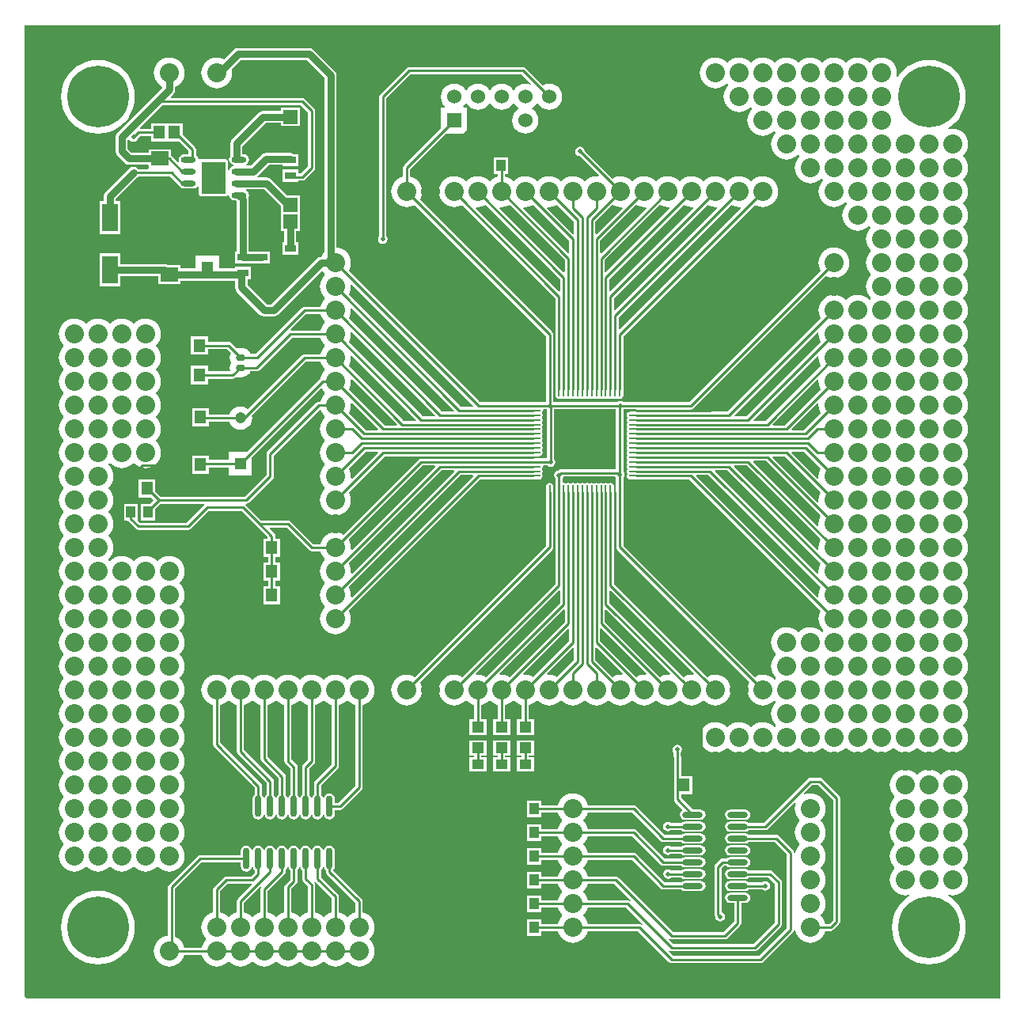
<source format=gtl>
G04 Layer_Physical_Order=1*
G04 Layer_Color=25308*
%FSLAX25Y25*%
%MOIN*%
G70*
G01*
G75*
%ADD10R,0.03937X0.05118*%
%ADD11R,0.06693X0.11811*%
%ADD12R,0.07480X0.05906*%
%ADD13R,0.06102X0.05906*%
%ADD14R,0.05118X0.05709*%
%ADD15R,0.05118X0.04528*%
%ADD16R,0.05118X0.03937*%
%ADD17R,0.04724X0.03150*%
%ADD18O,0.06300X0.02400*%
%ADD19O,0.08661X0.02362*%
%ADD20O,0.02600X0.09000*%
%ADD21O,0.00984X0.06102*%
%ADD22O,0.06102X0.00984*%
%ADD23C,0.01000*%
%ADD24C,0.03000*%
%ADD25C,0.02500*%
%ADD26R,0.10300X0.13800*%
%ADD27C,0.08000*%
%ADD28C,0.05118*%
%ADD29R,0.05118X0.05118*%
%ADD30C,0.25984*%
%ADD31C,0.06000*%
%ADD32R,0.06000X0.06000*%
%ADD33R,0.04724X0.04724*%
%ADD34C,0.04724*%
%ADD35O,0.03937X0.02953*%
%ADD36C,0.02000*%
G36*
X440000Y440347D02*
Y30000D01*
X30000D01*
X29000Y31000D01*
Y440000D01*
X439000D01*
X439538Y440538D01*
X440000Y440347D01*
D02*
G37*
%LPC*%
G36*
X313701Y94724D02*
X307402D01*
X306551Y94555D01*
X305829Y94073D01*
X305800Y94029D01*
X301405D01*
X300887Y94376D01*
X300106Y94531D01*
X299326Y94376D01*
X298664Y93934D01*
X298222Y93272D01*
X298067Y92492D01*
X298222Y91711D01*
X298664Y91050D01*
X299326Y90608D01*
X300106Y90453D01*
X300887Y90608D01*
X301430Y90971D01*
X305800D01*
X305829Y90927D01*
X306551Y90446D01*
X307402Y90276D01*
X313701D01*
X314552Y90446D01*
X315273Y90927D01*
X315755Y91649D01*
X315925Y92500D01*
X315755Y93351D01*
X315273Y94073D01*
X314552Y94555D01*
X313701Y94724D01*
D02*
G37*
G36*
X157500Y94545D02*
X156603Y94367D01*
X155842Y93858D01*
X155333Y93097D01*
X155255Y92703D01*
X154745D01*
X154667Y93097D01*
X154158Y93858D01*
X153397Y94367D01*
X152500Y94545D01*
X151603Y94367D01*
X150842Y93858D01*
X150333Y93097D01*
X150255Y92703D01*
X149745D01*
X149667Y93097D01*
X149158Y93858D01*
X148397Y94367D01*
X147500Y94545D01*
X146603Y94367D01*
X145842Y93858D01*
X145333Y93097D01*
X145255Y92703D01*
X144745D01*
X144667Y93097D01*
X144158Y93858D01*
X143397Y94367D01*
X142500Y94545D01*
X141603Y94367D01*
X140842Y93858D01*
X140333Y93097D01*
X140255Y92703D01*
X139745D01*
X139667Y93097D01*
X139158Y93858D01*
X138397Y94367D01*
X137500Y94545D01*
X136603Y94367D01*
X135842Y93858D01*
X135333Y93097D01*
X135255Y92703D01*
X134745D01*
X134667Y93097D01*
X134158Y93858D01*
X133397Y94367D01*
X132500Y94545D01*
X131603Y94367D01*
X130842Y93858D01*
X130333Y93097D01*
X130255Y92703D01*
X129745D01*
X129667Y93097D01*
X129158Y93858D01*
X128397Y94367D01*
X127500Y94545D01*
X126603Y94367D01*
X125842Y93858D01*
X125333Y93097D01*
X125255Y92703D01*
X124745D01*
X124667Y93097D01*
X124158Y93858D01*
X123397Y94367D01*
X122500Y94545D01*
X121603Y94367D01*
X120842Y93858D01*
X120333Y93097D01*
X120155Y92200D01*
Y90529D01*
X103000D01*
X102415Y90413D01*
X101919Y90081D01*
X89919Y78081D01*
X89587Y77585D01*
X89471Y77000D01*
Y56479D01*
X88726Y56406D01*
X87501Y56034D01*
X86371Y55431D01*
X85382Y54618D01*
X84569Y53629D01*
X83966Y52500D01*
X83594Y51274D01*
X83469Y50000D01*
X83594Y48726D01*
X83966Y47501D01*
X84569Y46371D01*
X85382Y45382D01*
X86371Y44569D01*
X87501Y43966D01*
X88726Y43594D01*
X90000Y43468D01*
X91274Y43594D01*
X92500Y43966D01*
X93629Y44569D01*
X94618Y45382D01*
X95431Y46371D01*
X96034Y47501D01*
X96329Y48471D01*
X103672D01*
X103966Y47501D01*
X104569Y46371D01*
X105382Y45382D01*
X106371Y44569D01*
X107501Y43966D01*
X108726Y43594D01*
X110000Y43468D01*
X111274Y43594D01*
X112499Y43966D01*
X113629Y44569D01*
X114618Y45382D01*
X114750Y45542D01*
X115250D01*
X115382Y45382D01*
X116371Y44569D01*
X117500Y43966D01*
X118726Y43594D01*
X120000Y43468D01*
X121274Y43594D01*
X122500Y43966D01*
X123629Y44569D01*
X124618Y45382D01*
X124750Y45542D01*
X125250D01*
X125382Y45382D01*
X126371Y44569D01*
X127500Y43966D01*
X128726Y43594D01*
X130000Y43468D01*
X131274Y43594D01*
X132500Y43966D01*
X133629Y44569D01*
X134618Y45382D01*
X134750Y45542D01*
X135250D01*
X135382Y45382D01*
X136371Y44569D01*
X137501Y43966D01*
X138726Y43594D01*
X140000Y43468D01*
X141274Y43594D01*
X142499Y43966D01*
X143629Y44569D01*
X144618Y45382D01*
X144750Y45542D01*
X145250D01*
X145382Y45382D01*
X146371Y44569D01*
X147501Y43966D01*
X148726Y43594D01*
X150000Y43468D01*
X151274Y43594D01*
X152499Y43966D01*
X153629Y44569D01*
X154618Y45382D01*
X154750Y45542D01*
X155250D01*
X155382Y45382D01*
X156371Y44569D01*
X157501Y43966D01*
X158726Y43594D01*
X160000Y43468D01*
X161274Y43594D01*
X162499Y43966D01*
X163629Y44569D01*
X164618Y45382D01*
X164750Y45542D01*
X165250D01*
X165382Y45382D01*
X166371Y44569D01*
X167500Y43966D01*
X168726Y43594D01*
X170000Y43468D01*
X171274Y43594D01*
X172500Y43966D01*
X173629Y44569D01*
X174618Y45382D01*
X175431Y46371D01*
X176034Y47501D01*
X176406Y48726D01*
X176531Y50000D01*
X176406Y51274D01*
X176034Y52500D01*
X175431Y53629D01*
X174618Y54618D01*
X174458Y54750D01*
Y55250D01*
X174618Y55382D01*
X175431Y56371D01*
X176034Y57500D01*
X176406Y58726D01*
X176531Y60000D01*
X176406Y61274D01*
X176034Y62499D01*
X175431Y63629D01*
X174618Y64618D01*
X173629Y65431D01*
X172500Y66034D01*
X171529Y66329D01*
Y71000D01*
X171413Y71585D01*
X171081Y72081D01*
X159146Y84017D01*
X159158Y84142D01*
X159667Y84903D01*
X159845Y85800D01*
Y92200D01*
X159667Y93097D01*
X159158Y93858D01*
X158397Y94367D01*
X157500Y94545D01*
D02*
G37*
G36*
X364106Y123021D02*
X360106D01*
X359521Y122905D01*
X359025Y122573D01*
X340481Y104029D01*
X334200D01*
X334171Y104072D01*
X333449Y104554D01*
X332598Y104724D01*
X326299D01*
X325448Y104554D01*
X324727Y104072D01*
X324245Y103351D01*
X324075Y102500D01*
X324245Y101649D01*
X324727Y100927D01*
X325448Y100445D01*
X326299Y100276D01*
X332598D01*
X333449Y100445D01*
X334171Y100927D01*
X334200Y100971D01*
X341114D01*
X341700Y101087D01*
X342196Y101419D01*
X353539Y112761D01*
X353966Y112499D01*
X353594Y111274D01*
X353469Y110000D01*
X353594Y108726D01*
X353966Y107501D01*
X354569Y106371D01*
X355382Y105382D01*
X355542Y105250D01*
Y104750D01*
X355382Y104618D01*
X354569Y103629D01*
X353966Y102499D01*
X353594Y101274D01*
X353469Y100000D01*
X353594Y98726D01*
X353966Y97500D01*
X354569Y96371D01*
X355382Y95382D01*
X355542Y95250D01*
Y94750D01*
X355382Y94618D01*
X354569Y93629D01*
X353966Y92500D01*
X353636Y91411D01*
X353136Y91486D01*
Y91492D01*
X353019Y92077D01*
X352688Y92573D01*
X346679Y98581D01*
X346183Y98913D01*
X345598Y99029D01*
X334200D01*
X334171Y99072D01*
X333449Y99555D01*
X332598Y99724D01*
X326299D01*
X325448Y99555D01*
X324727Y99072D01*
X324245Y98351D01*
X324075Y97500D01*
X324245Y96649D01*
X324727Y95928D01*
X325448Y95446D01*
X326299Y95276D01*
X332598D01*
X333449Y95446D01*
X334171Y95928D01*
X334200Y95971D01*
X344965D01*
X350077Y90858D01*
Y59625D01*
X338473Y48021D01*
X302240D01*
X300305Y49956D01*
X300624Y50344D01*
X301021Y50079D01*
X301606Y49962D01*
X336606D01*
X337192Y50079D01*
X337688Y50410D01*
X347688Y60410D01*
X348019Y60906D01*
X348136Y61492D01*
Y78992D01*
X348039Y79480D01*
X348019Y79577D01*
X347688Y80073D01*
X344180Y83581D01*
X343683Y83913D01*
X343098Y84029D01*
X334200D01*
X334171Y84073D01*
X333449Y84554D01*
X332598Y84724D01*
X326299D01*
X325448Y84554D01*
X324727Y84073D01*
X324245Y83351D01*
X324075Y82500D01*
X324245Y81649D01*
X324727Y80927D01*
X325448Y80445D01*
X326299Y80276D01*
X332598D01*
X333449Y80445D01*
X334171Y80927D01*
X334200Y80971D01*
X342465D01*
X345077Y78358D01*
Y62125D01*
X335973Y53021D01*
X302240D01*
X300305Y54956D01*
X300624Y55344D01*
X301021Y55079D01*
X301606Y54962D01*
X324106D01*
X324692Y55079D01*
X325188Y55410D01*
X330530Y60753D01*
X330862Y61249D01*
X330978Y61834D01*
Y70276D01*
X332598D01*
X333449Y70446D01*
X334171Y70928D01*
X334653Y71649D01*
X334822Y72500D01*
X334653Y73351D01*
X334171Y74072D01*
X333449Y74555D01*
X332598Y74724D01*
X326299D01*
X325448Y74555D01*
X324727Y74072D01*
X324245Y73351D01*
X324075Y72500D01*
X324245Y71649D01*
X324727Y70928D01*
X325448Y70446D01*
X326299Y70276D01*
X327919D01*
Y62468D01*
X323473Y58021D01*
X302240D01*
X279180Y81081D01*
X278683Y81413D01*
X278098Y81529D01*
X266329D01*
X266034Y82499D01*
X265431Y83629D01*
X264618Y84618D01*
X264458Y84750D01*
Y85250D01*
X264618Y85382D01*
X265431Y86371D01*
X266034Y87501D01*
X266329Y88471D01*
X284965D01*
X297017Y76419D01*
X297513Y76087D01*
X298098Y75971D01*
X305800D01*
X305829Y75928D01*
X306551Y75445D01*
X307402Y75276D01*
X313701D01*
X314552Y75445D01*
X315273Y75928D01*
X315755Y76649D01*
X315925Y77500D01*
X315755Y78351D01*
X315273Y79072D01*
X314552Y79554D01*
X313701Y79724D01*
X307402D01*
X306551Y79554D01*
X305829Y79072D01*
X305800Y79029D01*
X298732D01*
X286680Y91081D01*
X286183Y91413D01*
X285598Y91529D01*
X266329D01*
X266034Y92500D01*
X265431Y93629D01*
X264618Y94618D01*
X264458Y94750D01*
Y95250D01*
X264618Y95382D01*
X265431Y96371D01*
X266034Y97500D01*
X266329Y98471D01*
X284965D01*
X297017Y86419D01*
X297513Y86087D01*
X298098Y85971D01*
X305800D01*
X305829Y85927D01*
X306551Y85445D01*
X307402Y85276D01*
X313701D01*
X314552Y85445D01*
X315273Y85927D01*
X315755Y86649D01*
X315925Y87500D01*
X315755Y88351D01*
X315273Y89073D01*
X314552Y89555D01*
X313701Y89724D01*
X307402D01*
X306551Y89555D01*
X305829Y89073D01*
X305800Y89029D01*
X298732D01*
X286680Y101081D01*
X286183Y101413D01*
X285598Y101529D01*
X266329D01*
X266034Y102499D01*
X265431Y103629D01*
X264618Y104618D01*
X264458Y104750D01*
Y105250D01*
X264618Y105382D01*
X265431Y106371D01*
X266034Y107501D01*
X266329Y108471D01*
X284965D01*
X297017Y96419D01*
X297513Y96087D01*
X298098Y95971D01*
X305800D01*
X305829Y95928D01*
X306551Y95446D01*
X307402Y95276D01*
X313701D01*
X314552Y95446D01*
X315273Y95928D01*
X315755Y96649D01*
X315925Y97500D01*
X315755Y98351D01*
X315273Y99072D01*
X314552Y99555D01*
X313701Y99724D01*
X307402D01*
X306551Y99555D01*
X305829Y99072D01*
X305800Y99029D01*
X298732D01*
X286680Y111081D01*
X286183Y111413D01*
X285598Y111529D01*
X266329D01*
X266034Y112499D01*
X265431Y113629D01*
X264618Y114618D01*
X263629Y115431D01*
X262499Y116034D01*
X261274Y116406D01*
X260000Y116531D01*
X258726Y116406D01*
X257501Y116034D01*
X256371Y115431D01*
X255382Y114618D01*
X254569Y113629D01*
X253966Y112499D01*
X253672Y111529D01*
X246610D01*
Y113559D01*
X240673D01*
Y106441D01*
X246610D01*
Y108471D01*
X253672D01*
X253966Y107501D01*
X254569Y106371D01*
X255382Y105382D01*
X255542Y105250D01*
Y104750D01*
X255382Y104618D01*
X254569Y103629D01*
X253966Y102499D01*
X253672Y101529D01*
X246610D01*
Y103559D01*
X240673D01*
Y96441D01*
X246610D01*
Y98471D01*
X253672D01*
X253966Y97500D01*
X254569Y96371D01*
X255382Y95382D01*
X255542Y95250D01*
Y94750D01*
X255382Y94618D01*
X254569Y93629D01*
X253966Y92500D01*
X253672Y91529D01*
X246610D01*
Y93559D01*
X240673D01*
Y86441D01*
X246610D01*
Y88471D01*
X253672D01*
X253966Y87501D01*
X254569Y86371D01*
X255382Y85382D01*
X255542Y85250D01*
Y84750D01*
X255382Y84618D01*
X254569Y83629D01*
X253966Y82499D01*
X253672Y81529D01*
X246610D01*
Y83559D01*
X240673D01*
Y76441D01*
X246610D01*
Y78471D01*
X253672D01*
X253966Y77500D01*
X254569Y76371D01*
X255382Y75382D01*
X255542Y75250D01*
Y74750D01*
X255382Y74618D01*
X254569Y73629D01*
X253966Y72500D01*
X253672Y71529D01*
X246610D01*
Y73559D01*
X240673D01*
Y66441D01*
X246610D01*
Y68471D01*
X253672D01*
X253966Y67501D01*
X254569Y66371D01*
X255382Y65382D01*
X255542Y65250D01*
Y64750D01*
X255382Y64618D01*
X254569Y63629D01*
X253966Y62499D01*
X253672Y61529D01*
X246610D01*
Y63559D01*
X240673D01*
Y56441D01*
X246610D01*
Y58471D01*
X253672D01*
X253966Y57500D01*
X254569Y56371D01*
X255382Y55382D01*
X256371Y54569D01*
X257501Y53966D01*
X258726Y53594D01*
X260000Y53469D01*
X261274Y53594D01*
X262499Y53966D01*
X263629Y54569D01*
X264618Y55382D01*
X265431Y56371D01*
X266034Y57500D01*
X266329Y58471D01*
X287465D01*
X300525Y45410D01*
X301021Y45079D01*
X301606Y44962D01*
X339106D01*
X339691Y45079D01*
X340188Y45410D01*
X352688Y57910D01*
X353019Y58407D01*
X353089Y58756D01*
X353594Y58731D01*
X353594Y58726D01*
X353966Y57500D01*
X354569Y56371D01*
X355382Y55382D01*
X356371Y54569D01*
X357501Y53966D01*
X358726Y53594D01*
X360000Y53469D01*
X361274Y53594D01*
X362499Y53966D01*
X363629Y54569D01*
X364618Y55382D01*
X365431Y56371D01*
X366034Y57500D01*
X366329Y58471D01*
X368615D01*
X369200Y58587D01*
X369696Y58919D01*
X372188Y61410D01*
X372519Y61906D01*
X372636Y62492D01*
Y114492D01*
X372538Y114980D01*
X372519Y115077D01*
X372188Y115573D01*
X365188Y122573D01*
X364691Y122905D01*
X364106Y123021D01*
D02*
G37*
G36*
X313701Y104724D02*
X307402D01*
X306551Y104554D01*
X305829Y104072D01*
X305800Y104029D01*
X301405D01*
X300887Y104376D01*
X300106Y104531D01*
X299326Y104376D01*
X298664Y103934D01*
X298222Y103272D01*
X298067Y102492D01*
X298222Y101711D01*
X298664Y101050D01*
X299326Y100608D01*
X300106Y100453D01*
X300887Y100608D01*
X301430Y100971D01*
X305800D01*
X305829Y100927D01*
X306551Y100445D01*
X307402Y100276D01*
X313701D01*
X314552Y100445D01*
X315273Y100927D01*
X315755Y101649D01*
X315925Y102500D01*
X315755Y103351D01*
X315273Y104072D01*
X314552Y104554D01*
X313701Y104724D01*
D02*
G37*
G36*
Y84724D02*
X307402D01*
X306551Y84554D01*
X305829Y84073D01*
X305800Y84029D01*
X301426D01*
X300895Y84384D01*
X300114Y84539D01*
X299334Y84384D01*
X298673Y83942D01*
X298231Y83280D01*
X298075Y82500D01*
X298231Y81720D01*
X298673Y81058D01*
X299334Y80616D01*
X300114Y80461D01*
X300895Y80616D01*
X301426Y80971D01*
X305800D01*
X305829Y80927D01*
X306551Y80445D01*
X307402Y80276D01*
X313701D01*
X314552Y80445D01*
X315273Y80927D01*
X315755Y81649D01*
X315925Y82500D01*
X315755Y83351D01*
X315273Y84073D01*
X314552Y84554D01*
X313701Y84724D01*
D02*
G37*
G36*
X332598Y79724D02*
X326299D01*
X325448Y79554D01*
X324727Y79072D01*
X324245Y78351D01*
X324075Y77500D01*
X324245Y76649D01*
X324727Y75928D01*
X325448Y75445D01*
X326299Y75276D01*
X332598D01*
X333449Y75445D01*
X334171Y75928D01*
X334200Y75971D01*
X339787D01*
X340318Y75616D01*
X341098Y75461D01*
X341878Y75616D01*
X342540Y76058D01*
X342982Y76720D01*
X343137Y77500D01*
X342982Y78280D01*
X342540Y78942D01*
X341878Y79384D01*
X341098Y79539D01*
X340318Y79384D01*
X339787Y79029D01*
X334200D01*
X334171Y79072D01*
X333449Y79554D01*
X332598Y79724D01*
D02*
G37*
G36*
Y94724D02*
X326299D01*
X325448Y94555D01*
X324727Y94073D01*
X324245Y93351D01*
X324075Y92500D01*
X324245Y91649D01*
X324727Y90927D01*
X325448Y90446D01*
X326299Y90276D01*
X332598D01*
X333449Y90446D01*
X334171Y90927D01*
X334653Y91649D01*
X334822Y92500D01*
X334653Y93351D01*
X334171Y94073D01*
X333449Y94555D01*
X332598Y94724D01*
D02*
G37*
G36*
Y89724D02*
X326299D01*
X325448Y89555D01*
X324727Y89073D01*
X324698Y89029D01*
X323114D01*
X322529Y88913D01*
X322033Y88581D01*
X320025Y86573D01*
X319693Y86077D01*
X319577Y85492D01*
Y65492D01*
X319693Y64907D01*
X320025Y64410D01*
X320098Y64337D01*
X320222Y63711D01*
X320664Y63050D01*
X321326Y62608D01*
X322106Y62453D01*
X322887Y62608D01*
X323548Y63050D01*
X323990Y63711D01*
X324145Y64492D01*
X323990Y65272D01*
X323548Y65934D01*
X322887Y66376D01*
X322636Y66426D01*
Y84858D01*
X323748Y85971D01*
X324698D01*
X324727Y85927D01*
X325448Y85445D01*
X326299Y85276D01*
X332598D01*
X333449Y85445D01*
X334171Y85927D01*
X334653Y86649D01*
X334822Y87500D01*
X334653Y88351D01*
X334171Y89073D01*
X333449Y89555D01*
X332598Y89724D01*
D02*
G37*
G36*
X223559Y138835D02*
X216441D01*
Y132307D01*
X218471D01*
Y131610D01*
X216441D01*
Y125673D01*
X223559D01*
Y131610D01*
X221529D01*
Y132307D01*
X223559D01*
Y138835D01*
D02*
G37*
G36*
X243559Y138835D02*
X236441D01*
Y132307D01*
X238471D01*
Y131610D01*
X236441D01*
Y125673D01*
X243559D01*
Y131610D01*
X241529D01*
Y132307D01*
X243559D01*
Y138835D01*
D02*
G37*
G36*
X250236Y247328D02*
X249654Y247213D01*
X249161Y246883D01*
X248831Y246389D01*
X248715Y245807D01*
Y243288D01*
X248707Y243248D01*
Y220870D01*
X193394Y165556D01*
X192499Y166034D01*
X191274Y166406D01*
X190000Y166531D01*
X188726Y166406D01*
X187501Y166034D01*
X186371Y165431D01*
X185382Y164618D01*
X184569Y163629D01*
X183966Y162499D01*
X183594Y161274D01*
X183469Y160000D01*
X183594Y158726D01*
X183966Y157501D01*
X184569Y156371D01*
X185382Y155382D01*
X186371Y154569D01*
X187501Y153966D01*
X188726Y153594D01*
X190000Y153469D01*
X191274Y153594D01*
X192499Y153966D01*
X193629Y154569D01*
X194618Y155382D01*
X195431Y156371D01*
X196034Y157501D01*
X196406Y158726D01*
X196531Y160000D01*
X196406Y161274D01*
X196034Y162499D01*
X195556Y163394D01*
X251318Y219155D01*
X251649Y219651D01*
X251766Y220236D01*
Y243248D01*
X251758Y243288D01*
Y245807D01*
X251642Y246389D01*
X251312Y246883D01*
X250818Y247213D01*
X250236Y247328D01*
D02*
G37*
G36*
X170000Y166531D02*
X168726Y166406D01*
X167500Y166034D01*
X166371Y165431D01*
X165382Y164618D01*
X165250Y164458D01*
X164750D01*
X164618Y164618D01*
X163629Y165431D01*
X162499Y166034D01*
X161274Y166406D01*
X160000Y166531D01*
X158726Y166406D01*
X157501Y166034D01*
X156371Y165431D01*
X155382Y164618D01*
X155250Y164458D01*
X154750D01*
X154618Y164618D01*
X153629Y165431D01*
X152499Y166034D01*
X151274Y166406D01*
X150000Y166531D01*
X148726Y166406D01*
X147501Y166034D01*
X146371Y165431D01*
X145382Y164618D01*
X145250Y164458D01*
X144750D01*
X144618Y164618D01*
X143629Y165431D01*
X142499Y166034D01*
X141274Y166406D01*
X140000Y166531D01*
X138726Y166406D01*
X137501Y166034D01*
X136371Y165431D01*
X135382Y164618D01*
X135250Y164458D01*
X134750D01*
X134618Y164618D01*
X133629Y165431D01*
X132500Y166034D01*
X131274Y166406D01*
X130000Y166531D01*
X128726Y166406D01*
X127500Y166034D01*
X126371Y165431D01*
X125382Y164618D01*
X125250Y164458D01*
X124750D01*
X124618Y164618D01*
X123629Y165431D01*
X122500Y166034D01*
X121274Y166406D01*
X120000Y166531D01*
X118726Y166406D01*
X117500Y166034D01*
X116371Y165431D01*
X115382Y164618D01*
X115250Y164458D01*
X114750D01*
X114618Y164618D01*
X113629Y165431D01*
X112499Y166034D01*
X111274Y166406D01*
X110000Y166531D01*
X108726Y166406D01*
X107501Y166034D01*
X106371Y165431D01*
X105382Y164618D01*
X104569Y163629D01*
X103966Y162499D01*
X103594Y161274D01*
X103469Y160000D01*
X103594Y158726D01*
X103966Y157501D01*
X104569Y156371D01*
X105382Y155382D01*
X106371Y154569D01*
X107501Y153966D01*
X108471Y153672D01*
Y137000D01*
X108587Y136415D01*
X108919Y135919D01*
X125971Y118867D01*
Y115944D01*
X125842Y115858D01*
X125333Y115097D01*
X125155Y114200D01*
Y107800D01*
X125333Y106903D01*
X125842Y106142D01*
X126603Y105633D01*
X127500Y105455D01*
X128397Y105633D01*
X129158Y106142D01*
X129667Y106903D01*
X129745Y107298D01*
X130255D01*
X130333Y106903D01*
X130842Y106142D01*
X131603Y105633D01*
X132500Y105455D01*
X133397Y105633D01*
X134158Y106142D01*
X134667Y106903D01*
X134745Y107298D01*
X135255D01*
X135333Y106903D01*
X135842Y106142D01*
X136603Y105633D01*
X137500Y105455D01*
X138397Y105633D01*
X139158Y106142D01*
X139667Y106903D01*
X139745Y107298D01*
X140255D01*
X140333Y106903D01*
X140842Y106142D01*
X141603Y105633D01*
X142500Y105455D01*
X143397Y105633D01*
X144158Y106142D01*
X144667Y106903D01*
X144745Y107298D01*
X145255D01*
X145333Y106903D01*
X145842Y106142D01*
X146603Y105633D01*
X147500Y105455D01*
X148397Y105633D01*
X149158Y106142D01*
X149667Y106903D01*
X149745Y107298D01*
X150255D01*
X150333Y106903D01*
X150842Y106142D01*
X151603Y105633D01*
X152500Y105455D01*
X153397Y105633D01*
X154158Y106142D01*
X154667Y106903D01*
X154745Y107298D01*
X155255D01*
X155333Y106903D01*
X155842Y106142D01*
X156603Y105633D01*
X157500Y105455D01*
X158397Y105633D01*
X159158Y106142D01*
X159667Y106903D01*
X159845Y107800D01*
Y109471D01*
X162000D01*
X162585Y109587D01*
X163081Y109919D01*
X171081Y117919D01*
X171413Y118415D01*
X171529Y119000D01*
Y153672D01*
X172500Y153966D01*
X173629Y154569D01*
X174618Y155382D01*
X175431Y156371D01*
X176034Y157501D01*
X176406Y158726D01*
X176531Y160000D01*
X176406Y161274D01*
X176034Y162499D01*
X175431Y163629D01*
X174618Y164618D01*
X173629Y165431D01*
X172500Y166034D01*
X171274Y166406D01*
X170000Y166531D01*
D02*
G37*
G36*
X332598Y109724D02*
X326299D01*
X325448Y109555D01*
X324727Y109072D01*
X324245Y108351D01*
X324075Y107500D01*
X324245Y106649D01*
X324727Y105928D01*
X325448Y105446D01*
X326299Y105276D01*
X332598D01*
X333449Y105446D01*
X334171Y105928D01*
X334653Y106649D01*
X334822Y107500D01*
X334653Y108351D01*
X334171Y109072D01*
X333449Y109555D01*
X332598Y109724D01*
D02*
G37*
G36*
X304000Y137039D02*
X303220Y136884D01*
X302558Y136442D01*
X302116Y135780D01*
X301961Y135000D01*
X302116Y134220D01*
X302471Y133689D01*
Y132106D01*
X302577Y131572D01*
Y113945D01*
X302693Y113360D01*
X303025Y112864D01*
X306142Y109746D01*
X306093Y109249D01*
X305829Y109072D01*
X305347Y108351D01*
X305178Y107500D01*
X305347Y106649D01*
X305829Y105928D01*
X306551Y105446D01*
X307402Y105276D01*
X313701D01*
X314552Y105446D01*
X315273Y105928D01*
X315755Y106649D01*
X315925Y107500D01*
X315755Y108351D01*
X315273Y109072D01*
X314552Y109555D01*
X313701Y109724D01*
X310490D01*
X305636Y114578D01*
Y116146D01*
X310409D01*
Y123854D01*
X305636D01*
Y132000D01*
X305539Y132488D01*
X305529Y132534D01*
Y133689D01*
X305884Y134220D01*
X306039Y135000D01*
X305884Y135780D01*
X305442Y136442D01*
X304780Y136884D01*
X304000Y137039D01*
D02*
G37*
G36*
X233559Y138835D02*
X226441D01*
Y132307D01*
X228471D01*
Y131610D01*
X226441D01*
Y125673D01*
X233559D01*
Y131610D01*
X231529D01*
Y132307D01*
X233559D01*
Y138835D01*
D02*
G37*
G36*
X420000Y126531D02*
X418726Y126406D01*
X417500Y126034D01*
X416371Y125431D01*
X415382Y124618D01*
X415250Y124458D01*
X414750D01*
X414618Y124618D01*
X413629Y125431D01*
X412500Y126034D01*
X411274Y126406D01*
X410000Y126531D01*
X408726Y126406D01*
X407501Y126034D01*
X406371Y125431D01*
X405382Y124618D01*
X405250Y124458D01*
X404750D01*
X404618Y124618D01*
X403629Y125431D01*
X402499Y126034D01*
X401274Y126406D01*
X400000Y126531D01*
X398726Y126406D01*
X397500Y126034D01*
X396371Y125431D01*
X395382Y124618D01*
X394569Y123629D01*
X393966Y122500D01*
X393594Y121274D01*
X393469Y120000D01*
X393594Y118726D01*
X393966Y117500D01*
X394569Y116371D01*
X395382Y115382D01*
X395542Y115250D01*
Y114750D01*
X395382Y114618D01*
X394569Y113629D01*
X393966Y112499D01*
X393594Y111274D01*
X393469Y110000D01*
X393594Y108726D01*
X393966Y107501D01*
X394569Y106371D01*
X395382Y105382D01*
X395542Y105250D01*
Y104750D01*
X395382Y104618D01*
X394569Y103629D01*
X393966Y102499D01*
X393594Y101274D01*
X393469Y100000D01*
X393594Y98726D01*
X393966Y97500D01*
X394569Y96371D01*
X395382Y95382D01*
X395542Y95250D01*
Y94750D01*
X395382Y94618D01*
X394569Y93629D01*
X393966Y92500D01*
X393594Y91274D01*
X393469Y90000D01*
X393594Y88726D01*
X393966Y87501D01*
X394569Y86371D01*
X395382Y85382D01*
X395542Y85250D01*
Y84750D01*
X395382Y84618D01*
X394569Y83629D01*
X393966Y82499D01*
X393594Y81274D01*
X393469Y80000D01*
X393594Y78726D01*
X393966Y77500D01*
X394569Y76371D01*
X395382Y75382D01*
X396371Y74569D01*
X397500Y73966D01*
X398726Y73594D01*
X400000Y73469D01*
X401274Y73594D01*
X401873Y73776D01*
X402079Y73316D01*
X400866Y72572D01*
X399011Y70989D01*
X397428Y69134D01*
X396154Y67055D01*
X395221Y64802D01*
X394651Y62431D01*
X394460Y60000D01*
X394651Y57569D01*
X395221Y55198D01*
X396154Y52945D01*
X397428Y50866D01*
X399011Y49011D01*
X400866Y47428D01*
X402945Y46154D01*
X405198Y45221D01*
X407569Y44651D01*
X410000Y44460D01*
X412431Y44651D01*
X414802Y45221D01*
X417055Y46154D01*
X419134Y47428D01*
X420989Y49011D01*
X422572Y50866D01*
X423846Y52945D01*
X424779Y55198D01*
X425349Y57569D01*
X425540Y60000D01*
X425349Y62431D01*
X424779Y64802D01*
X423846Y67055D01*
X422572Y69134D01*
X420989Y70989D01*
X419134Y72572D01*
X417921Y73316D01*
X418127Y73776D01*
X418726Y73594D01*
X420000Y73469D01*
X421274Y73594D01*
X422500Y73966D01*
X423629Y74569D01*
X424618Y75382D01*
X425431Y76371D01*
X426034Y77500D01*
X426406Y78726D01*
X426532Y80000D01*
X426406Y81274D01*
X426034Y82499D01*
X425431Y83629D01*
X424618Y84618D01*
X424458Y84750D01*
Y85250D01*
X424618Y85382D01*
X425431Y86371D01*
X426034Y87501D01*
X426406Y88726D01*
X426532Y90000D01*
X426406Y91274D01*
X426034Y92500D01*
X425431Y93629D01*
X424618Y94618D01*
X424458Y94750D01*
Y95250D01*
X424618Y95382D01*
X425431Y96371D01*
X426034Y97500D01*
X426406Y98726D01*
X426532Y100000D01*
X426406Y101274D01*
X426034Y102499D01*
X425431Y103629D01*
X424618Y104618D01*
X424458Y104750D01*
Y105250D01*
X424618Y105382D01*
X425431Y106371D01*
X426034Y107501D01*
X426406Y108726D01*
X426532Y110000D01*
X426406Y111274D01*
X426034Y112499D01*
X425431Y113629D01*
X424618Y114618D01*
X424458Y114750D01*
Y115250D01*
X424618Y115382D01*
X425431Y116371D01*
X426034Y117500D01*
X426406Y118726D01*
X426532Y120000D01*
X426406Y121274D01*
X426034Y122500D01*
X425431Y123629D01*
X424618Y124618D01*
X423629Y125431D01*
X422500Y126034D01*
X421274Y126406D01*
X420000Y126531D01*
D02*
G37*
G36*
X90000Y426532D02*
X88726Y426406D01*
X87501Y426034D01*
X86371Y425431D01*
X85382Y424618D01*
X84569Y423629D01*
X83966Y422500D01*
X83594Y421274D01*
X83469Y420000D01*
X83594Y418726D01*
X83966Y417500D01*
X84569Y416371D01*
X85382Y415382D01*
X86371Y414569D01*
X87039Y414212D01*
X87113Y413718D01*
X83198Y409802D01*
X68198Y394802D01*
X67645Y393975D01*
X67451Y393000D01*
Y387000D01*
X67645Y386024D01*
X68198Y385198D01*
X71292Y382103D01*
X72119Y381551D01*
X73094Y381357D01*
X80906D01*
X81260Y381003D01*
Y380029D01*
X81260Y379953D01*
X81075Y379529D01*
X76985D01*
X76802Y379802D01*
X75976Y380355D01*
X75000Y380549D01*
X74024Y380355D01*
X73198Y379802D01*
X63198Y369802D01*
X62645Y368975D01*
X62451Y368000D01*
Y365905D01*
X60654D01*
Y352095D01*
X69346D01*
Y365905D01*
X67549D01*
Y366944D01*
X76802Y376198D01*
X76985Y376471D01*
X90367D01*
X94108Y372729D01*
X94126Y372642D01*
X94612Y371914D01*
X95340Y371428D01*
X96198Y371257D01*
X100098D01*
X100956Y371428D01*
X101684Y371914D01*
X101980Y372357D01*
X102480Y372206D01*
Y369000D01*
X102558Y368610D01*
X102779Y368279D01*
X103110Y368058D01*
X103500Y367980D01*
X113800D01*
X114190Y368058D01*
X114521Y368279D01*
X114742Y368610D01*
X115207Y368500D01*
X115378Y367642D01*
X115864Y366914D01*
X116592Y366428D01*
X117450Y366257D01*
X118038D01*
X118451Y365844D01*
Y344823D01*
X117638D01*
Y339673D01*
X124362D01*
Y339699D01*
X125638D01*
Y339673D01*
X132362D01*
Y344823D01*
X125638D01*
Y344797D01*
X124362D01*
Y344823D01*
X123549D01*
Y366900D01*
X123406Y367618D01*
X123422Y367642D01*
X123593Y368500D01*
X123422Y369358D01*
X122936Y370086D01*
X122390Y370451D01*
X122542Y370951D01*
X129988D01*
X136949Y363990D01*
Y360591D01*
Y353504D01*
X138451D01*
Y348661D01*
X137638D01*
Y343512D01*
X144362D01*
Y348661D01*
X143549D01*
Y353504D01*
X145051D01*
Y360591D01*
Y368496D01*
X139652D01*
X132846Y375302D01*
X132019Y375855D01*
X131043Y376049D01*
X127232D01*
X127080Y376549D01*
X127302Y376698D01*
X131894Y381290D01*
X137638D01*
Y380673D01*
X144362D01*
Y385823D01*
X142530D01*
X141975Y386193D01*
X141000Y386388D01*
X130839D01*
X129863Y386193D01*
X129036Y385641D01*
X124444Y381049D01*
X122542D01*
X122390Y381549D01*
X122936Y381914D01*
X123422Y382642D01*
X123593Y383500D01*
X123422Y384358D01*
X122936Y385086D01*
X122208Y385572D01*
X121350Y385743D01*
X120801D01*
Y389196D01*
X130599Y398994D01*
X136949D01*
Y397590D01*
X145051D01*
Y405496D01*
X136949D01*
Y404092D01*
X129543D01*
X128568Y403898D01*
X127741Y403346D01*
X116450Y392054D01*
X115897Y391227D01*
X115703Y390252D01*
Y384845D01*
X115378Y384358D01*
X115207Y383500D01*
X115378Y382642D01*
X115864Y381914D01*
X116592Y381428D01*
X117139Y381319D01*
X117190Y381146D01*
X117192Y380798D01*
X116965Y380646D01*
X116592Y380572D01*
X115864Y380086D01*
X115378Y379358D01*
X115320Y379066D01*
X114820Y379116D01*
Y382800D01*
X114742Y383190D01*
X114521Y383521D01*
X114190Y383742D01*
X113800Y383820D01*
X103500D01*
X103110Y383742D01*
X102822Y383550D01*
X102576Y383599D01*
X102300Y383705D01*
X102170Y384358D01*
X101684Y385086D01*
X101277Y385358D01*
Y387795D01*
X101161Y388381D01*
X100830Y388877D01*
X95709Y393998D01*
Y398854D01*
X82291D01*
Y396529D01*
X77788D01*
X77596Y396991D01*
X86802Y406198D01*
X87075Y406471D01*
X145367D01*
X148471Y403367D01*
Y380633D01*
X145528Y377691D01*
X144362D01*
Y379327D01*
X137638D01*
Y374177D01*
X144362D01*
Y374632D01*
X146161D01*
X146747Y374748D01*
X147243Y375080D01*
X151081Y378919D01*
X151413Y379415D01*
X151529Y380000D01*
Y404000D01*
X151432Y404488D01*
X151413Y404585D01*
X151081Y405081D01*
X147081Y409081D01*
X146585Y409413D01*
X146000Y409529D01*
X90788D01*
X90596Y409991D01*
X91802Y411198D01*
X92355Y412024D01*
X92549Y413000D01*
Y413992D01*
X93629Y414569D01*
X94618Y415382D01*
X95431Y416371D01*
X96034Y417500D01*
X96406Y418726D01*
X96531Y420000D01*
X96406Y421274D01*
X96034Y422500D01*
X95431Y423629D01*
X94618Y424618D01*
X93629Y425431D01*
X92500Y426034D01*
X91274Y426406D01*
X90000Y426532D01*
D02*
G37*
G36*
X60000Y425540D02*
X57569Y425349D01*
X55198Y424779D01*
X52945Y423846D01*
X50866Y422572D01*
X49011Y420989D01*
X47428Y419134D01*
X46154Y417055D01*
X45221Y414802D01*
X44651Y412431D01*
X44460Y410000D01*
X44651Y407569D01*
X45221Y405198D01*
X46154Y402945D01*
X47428Y400866D01*
X49011Y399011D01*
X50866Y397428D01*
X52945Y396154D01*
X55198Y395221D01*
X57569Y394651D01*
X60000Y394460D01*
X62431Y394651D01*
X64802Y395221D01*
X67055Y396154D01*
X69134Y397428D01*
X70989Y399011D01*
X72572Y400866D01*
X73846Y402945D01*
X74779Y405198D01*
X75349Y407569D01*
X75540Y410000D01*
X75349Y412431D01*
X74779Y414802D01*
X73846Y417055D01*
X72572Y419134D01*
X70989Y420989D01*
X69134Y422572D01*
X67055Y423846D01*
X64802Y424779D01*
X62431Y425349D01*
X60000Y425540D01*
D02*
G37*
G36*
Y75540D02*
X57569Y75349D01*
X55198Y74779D01*
X52945Y73846D01*
X50866Y72572D01*
X49011Y70989D01*
X47428Y69134D01*
X46154Y67055D01*
X45221Y64802D01*
X44651Y62431D01*
X44460Y60000D01*
X44651Y57569D01*
X45221Y55198D01*
X46154Y52945D01*
X47428Y50866D01*
X49011Y49011D01*
X50866Y47428D01*
X52945Y46154D01*
X55198Y45221D01*
X57569Y44651D01*
X60000Y44460D01*
X62431Y44651D01*
X64802Y45221D01*
X67055Y46154D01*
X69134Y47428D01*
X70989Y49011D01*
X72572Y50866D01*
X73846Y52945D01*
X74779Y55198D01*
X75349Y57569D01*
X75540Y60000D01*
X75349Y62431D01*
X74779Y64802D01*
X73846Y67055D01*
X72572Y69134D01*
X70989Y70989D01*
X69134Y72572D01*
X67055Y73846D01*
X64802Y74779D01*
X62431Y75349D01*
X60000Y75540D01*
D02*
G37*
G36*
X263000Y389039D02*
X262220Y388884D01*
X261558Y388442D01*
X261116Y387780D01*
X260961Y387000D01*
X261116Y386220D01*
X261558Y385558D01*
X262220Y385116D01*
X262846Y384992D01*
X270891Y376946D01*
X270664Y376466D01*
X270000Y376531D01*
X268726Y376406D01*
X267501Y376034D01*
X266371Y375431D01*
X265382Y374618D01*
X265250Y374458D01*
X264750D01*
X264618Y374619D01*
X263629Y375431D01*
X262499Y376034D01*
X261274Y376406D01*
X260000Y376532D01*
X258726Y376406D01*
X257501Y376034D01*
X256371Y375431D01*
X255382Y374619D01*
X255250Y374458D01*
X254750D01*
X254618Y374618D01*
X253629Y375431D01*
X252500Y376034D01*
X251274Y376406D01*
X250000Y376531D01*
X248726Y376406D01*
X247500Y376034D01*
X246371Y375431D01*
X245382Y374618D01*
X245250Y374458D01*
X244750D01*
X244618Y374619D01*
X243629Y375431D01*
X242499Y376034D01*
X241274Y376406D01*
X240000Y376532D01*
X238726Y376406D01*
X237501Y376034D01*
X236371Y375431D01*
X235382Y374619D01*
X235250Y374458D01*
X234750D01*
X234618Y374618D01*
X233629Y375431D01*
X232500Y376034D01*
X231529Y376328D01*
Y377441D01*
X232610D01*
Y384559D01*
X226673D01*
Y377441D01*
X228471D01*
Y376328D01*
X227501Y376034D01*
X226371Y375431D01*
X225382Y374618D01*
X225250Y374458D01*
X224750D01*
X224618Y374619D01*
X223629Y375431D01*
X222499Y376034D01*
X221274Y376406D01*
X220000Y376532D01*
X218726Y376406D01*
X217500Y376034D01*
X216371Y375431D01*
X215382Y374619D01*
X215250Y374458D01*
X214750D01*
X214618Y374618D01*
X213629Y375431D01*
X212499Y376034D01*
X211274Y376406D01*
X210000Y376531D01*
X208726Y376406D01*
X207501Y376034D01*
X206371Y375431D01*
X205382Y374618D01*
X204569Y373629D01*
X203966Y372499D01*
X203594Y371274D01*
X203469Y370000D01*
X203594Y368726D01*
X203966Y367500D01*
X204569Y366371D01*
X205382Y365382D01*
X206371Y364569D01*
X207501Y363966D01*
X208726Y363594D01*
X210000Y363468D01*
X211274Y363594D01*
X212499Y363966D01*
X213393Y364443D01*
X252644Y325193D01*
Y286752D01*
X252652Y286712D01*
Y284193D01*
X252768Y283611D01*
X253098Y283117D01*
X253591Y282787D01*
X254173Y282672D01*
X254755Y282787D01*
X255157Y283056D01*
X255559Y282787D01*
X256142Y282672D01*
X256724Y282787D01*
X257126Y283056D01*
X257528Y282787D01*
X258110Y282672D01*
X258692Y282787D01*
X259095Y283056D01*
X259496Y282787D01*
X260079Y282672D01*
X260661Y282787D01*
X261063Y283056D01*
X261465Y282787D01*
X262047Y282672D01*
X262629Y282787D01*
X263032Y283056D01*
X263434Y282787D01*
X264016Y282672D01*
X264598Y282787D01*
X265000Y283056D01*
X265402Y282787D01*
X265984Y282672D01*
X266566Y282787D01*
X266968Y283056D01*
X267371Y282787D01*
X267953Y282672D01*
X268535Y282787D01*
X268937Y283056D01*
X269339Y282787D01*
X269921Y282672D01*
X270503Y282787D01*
X270905Y283056D01*
X271308Y282787D01*
X271890Y282672D01*
X272472Y282787D01*
X272874Y283056D01*
X273276Y282787D01*
X273858Y282672D01*
X274441Y282787D01*
X274843Y283056D01*
X275245Y282787D01*
X275827Y282672D01*
X276409Y282787D01*
X276811Y283056D01*
X277213Y282787D01*
X277795Y282672D01*
X278378Y282787D01*
X278780Y283056D01*
X279182Y282787D01*
X279764Y282672D01*
X280346Y282787D01*
X280839Y283117D01*
X281169Y283611D01*
X281285Y284193D01*
Y286712D01*
X281293Y286752D01*
Y309130D01*
X336607Y364443D01*
X337501Y363966D01*
X338726Y363594D01*
X340000Y363468D01*
X341274Y363594D01*
X342499Y363966D01*
X343629Y364569D01*
X344618Y365382D01*
X345431Y366371D01*
X346034Y367500D01*
X346406Y368726D01*
X346531Y370000D01*
X346406Y371274D01*
X346034Y372499D01*
X345431Y373629D01*
X344618Y374618D01*
X343629Y375431D01*
X342499Y376034D01*
X341274Y376406D01*
X340000Y376531D01*
X338726Y376406D01*
X337501Y376034D01*
X336371Y375431D01*
X335382Y374618D01*
X335250Y374458D01*
X334750D01*
X334618Y374618D01*
X333629Y375431D01*
X332500Y376034D01*
X331274Y376406D01*
X330000Y376531D01*
X328726Y376406D01*
X327501Y376034D01*
X326371Y375431D01*
X325382Y374618D01*
X325250Y374458D01*
X324750D01*
X324618Y374618D01*
X323629Y375431D01*
X322499Y376034D01*
X321274Y376406D01*
X320000Y376531D01*
X318726Y376406D01*
X317500Y376034D01*
X316371Y375431D01*
X315382Y374618D01*
X315250Y374458D01*
X314750D01*
X314618Y374618D01*
X313629Y375431D01*
X312499Y376034D01*
X311274Y376406D01*
X310000Y376531D01*
X308726Y376406D01*
X307501Y376034D01*
X306371Y375431D01*
X305382Y374618D01*
X305250Y374458D01*
X304750D01*
X304618Y374618D01*
X303629Y375431D01*
X302500Y376034D01*
X301274Y376406D01*
X300000Y376531D01*
X298726Y376406D01*
X297500Y376034D01*
X296371Y375431D01*
X295382Y374618D01*
X295250Y374458D01*
X294750D01*
X294618Y374618D01*
X293629Y375431D01*
X292499Y376034D01*
X291274Y376406D01*
X290000Y376531D01*
X288726Y376406D01*
X287501Y376034D01*
X286371Y375431D01*
X285382Y374618D01*
X285250Y374458D01*
X284750D01*
X284618Y374619D01*
X283629Y375431D01*
X282500Y376034D01*
X281274Y376406D01*
X280000Y376532D01*
X278726Y376406D01*
X277501Y376034D01*
X276606Y375556D01*
X265008Y387155D01*
X264884Y387780D01*
X264442Y388442D01*
X263780Y388884D01*
X263000Y389039D01*
D02*
G37*
G36*
X80000Y316531D02*
X78726Y316406D01*
X77500Y316034D01*
X76371Y315431D01*
X75382Y314618D01*
X75250Y314458D01*
X74750D01*
X74618Y314618D01*
X73629Y315431D01*
X72500Y316034D01*
X71274Y316406D01*
X70000Y316531D01*
X68726Y316406D01*
X67501Y316034D01*
X66371Y315431D01*
X65382Y314618D01*
X65250Y314458D01*
X64750D01*
X64618Y314618D01*
X63629Y315431D01*
X62499Y316034D01*
X61274Y316406D01*
X60000Y316531D01*
X58726Y316406D01*
X57500Y316034D01*
X56371Y315431D01*
X55382Y314618D01*
X55250Y314458D01*
X54750D01*
X54618Y314618D01*
X53629Y315431D01*
X52500Y316034D01*
X51274Y316406D01*
X50000Y316531D01*
X48726Y316406D01*
X47501Y316034D01*
X46371Y315431D01*
X45382Y314618D01*
X44569Y313629D01*
X43966Y312499D01*
X43594Y311274D01*
X43468Y310000D01*
X43594Y308726D01*
X43966Y307501D01*
X44569Y306371D01*
X45382Y305382D01*
X45542Y305250D01*
Y304750D01*
X45382Y304618D01*
X44569Y303629D01*
X43966Y302500D01*
X43594Y301274D01*
X43468Y300000D01*
X43594Y298726D01*
X43966Y297500D01*
X44569Y296371D01*
X45382Y295382D01*
X45542Y295250D01*
Y294750D01*
X45382Y294618D01*
X44569Y293629D01*
X43966Y292499D01*
X43594Y291274D01*
X43468Y290000D01*
X43594Y288726D01*
X43966Y287501D01*
X44569Y286371D01*
X45382Y285382D01*
X45542Y285250D01*
Y284750D01*
X45382Y284618D01*
X44569Y283629D01*
X43966Y282500D01*
X43594Y281274D01*
X43468Y280000D01*
X43594Y278726D01*
X43966Y277501D01*
X44569Y276371D01*
X45382Y275382D01*
X45542Y275250D01*
Y274750D01*
X45382Y274618D01*
X44569Y273629D01*
X43966Y272499D01*
X43594Y271274D01*
X43468Y270000D01*
X43594Y268726D01*
X43966Y267500D01*
X44569Y266371D01*
X45382Y265382D01*
X45542Y265250D01*
Y264750D01*
X45382Y264618D01*
X44569Y263629D01*
X43966Y262499D01*
X43594Y261274D01*
X43468Y260000D01*
X43594Y258726D01*
X43966Y257501D01*
X44569Y256371D01*
X45382Y255382D01*
X45542Y255250D01*
Y254750D01*
X45382Y254618D01*
X44569Y253629D01*
X43966Y252500D01*
X43594Y251274D01*
X43468Y250000D01*
X43594Y248726D01*
X43966Y247500D01*
X44569Y246371D01*
X45382Y245382D01*
X45542Y245250D01*
Y244750D01*
X45382Y244618D01*
X44569Y243629D01*
X43966Y242499D01*
X43594Y241274D01*
X43468Y240000D01*
X43594Y238726D01*
X43966Y237501D01*
X44569Y236371D01*
X45382Y235382D01*
X45542Y235250D01*
Y234750D01*
X45382Y234618D01*
X44569Y233629D01*
X43966Y232500D01*
X43594Y231274D01*
X43468Y230000D01*
X43594Y228726D01*
X43966Y227501D01*
X44569Y226371D01*
X45382Y225382D01*
X45542Y225250D01*
Y224750D01*
X45382Y224618D01*
X44569Y223629D01*
X43966Y222499D01*
X43594Y221274D01*
X43468Y220000D01*
X43594Y218726D01*
X43966Y217500D01*
X44569Y216371D01*
X45382Y215382D01*
X45542Y215250D01*
Y214750D01*
X45382Y214618D01*
X44569Y213629D01*
X43966Y212499D01*
X43594Y211274D01*
X43468Y210000D01*
X43594Y208726D01*
X43966Y207501D01*
X44569Y206371D01*
X45382Y205382D01*
X45542Y205250D01*
Y204750D01*
X45382Y204618D01*
X44569Y203629D01*
X43966Y202500D01*
X43594Y201274D01*
X43468Y200000D01*
X43594Y198726D01*
X43966Y197501D01*
X44569Y196371D01*
X45382Y195382D01*
X45542Y195250D01*
Y194750D01*
X45382Y194618D01*
X44569Y193629D01*
X43966Y192499D01*
X43594Y191274D01*
X43468Y190000D01*
X43594Y188726D01*
X43966Y187501D01*
X44569Y186371D01*
X45382Y185382D01*
X45542Y185250D01*
Y184750D01*
X45382Y184618D01*
X44569Y183629D01*
X43966Y182500D01*
X43594Y181274D01*
X43468Y180000D01*
X43594Y178726D01*
X43966Y177500D01*
X44569Y176371D01*
X45382Y175382D01*
X45542Y175250D01*
Y174750D01*
X45382Y174618D01*
X44569Y173629D01*
X43966Y172500D01*
X43594Y171274D01*
X43468Y170000D01*
X43594Y168726D01*
X43966Y167500D01*
X44569Y166371D01*
X45382Y165382D01*
X45542Y165250D01*
Y164750D01*
X45382Y164618D01*
X44569Y163629D01*
X43966Y162499D01*
X43594Y161274D01*
X43468Y160000D01*
X43594Y158726D01*
X43966Y157501D01*
X44569Y156371D01*
X45382Y155382D01*
X45542Y155250D01*
Y154750D01*
X45382Y154618D01*
X44569Y153629D01*
X43966Y152499D01*
X43594Y151274D01*
X43468Y150000D01*
X43594Y148726D01*
X43966Y147501D01*
X44569Y146371D01*
X45382Y145382D01*
X45542Y145250D01*
Y144750D01*
X45382Y144618D01*
X44569Y143629D01*
X43966Y142499D01*
X43594Y141274D01*
X43468Y140000D01*
X43594Y138726D01*
X43966Y137501D01*
X44569Y136371D01*
X45382Y135382D01*
X45542Y135250D01*
Y134750D01*
X45382Y134618D01*
X44569Y133629D01*
X43966Y132500D01*
X43594Y131274D01*
X43468Y130000D01*
X43594Y128726D01*
X43966Y127500D01*
X44569Y126371D01*
X45382Y125382D01*
X45542Y125250D01*
Y124750D01*
X45382Y124618D01*
X44569Y123629D01*
X43966Y122500D01*
X43594Y121274D01*
X43468Y120000D01*
X43594Y118726D01*
X43966Y117500D01*
X44569Y116371D01*
X45382Y115382D01*
X45542Y115250D01*
Y114750D01*
X45382Y114618D01*
X44569Y113629D01*
X43966Y112499D01*
X43594Y111274D01*
X43468Y110000D01*
X43594Y108726D01*
X43966Y107501D01*
X44569Y106371D01*
X45382Y105382D01*
X45542Y105250D01*
Y104750D01*
X45382Y104618D01*
X44569Y103629D01*
X43966Y102499D01*
X43594Y101274D01*
X43468Y100000D01*
X43594Y98726D01*
X43966Y97500D01*
X44569Y96371D01*
X45382Y95382D01*
X45542Y95250D01*
Y94750D01*
X45382Y94618D01*
X44569Y93629D01*
X43966Y92500D01*
X43594Y91274D01*
X43468Y90000D01*
X43594Y88726D01*
X43966Y87501D01*
X44569Y86371D01*
X45382Y85382D01*
X46371Y84569D01*
X47501Y83966D01*
X48726Y83594D01*
X50000Y83469D01*
X51274Y83594D01*
X52500Y83966D01*
X53629Y84569D01*
X54618Y85382D01*
X54750Y85542D01*
X55250D01*
X55382Y85382D01*
X56371Y84569D01*
X57500Y83966D01*
X58726Y83594D01*
X60000Y83469D01*
X61274Y83594D01*
X62499Y83966D01*
X63629Y84569D01*
X64618Y85382D01*
X64750Y85542D01*
X65250D01*
X65382Y85382D01*
X66371Y84569D01*
X67501Y83966D01*
X68726Y83594D01*
X70000Y83469D01*
X71274Y83594D01*
X72500Y83966D01*
X73629Y84569D01*
X74618Y85382D01*
X74750Y85542D01*
X75250D01*
X75382Y85382D01*
X76371Y84569D01*
X77500Y83966D01*
X78726Y83594D01*
X80000Y83469D01*
X81274Y83594D01*
X82499Y83966D01*
X83629Y84569D01*
X84618Y85382D01*
X84750Y85542D01*
X85250D01*
X85382Y85382D01*
X86371Y84569D01*
X87501Y83966D01*
X88726Y83594D01*
X90000Y83469D01*
X91274Y83594D01*
X92500Y83966D01*
X93629Y84569D01*
X94618Y85382D01*
X95431Y86371D01*
X96034Y87501D01*
X96406Y88726D01*
X96531Y90000D01*
X96406Y91274D01*
X96034Y92500D01*
X95431Y93629D01*
X94618Y94618D01*
X94458Y94750D01*
Y95250D01*
X94618Y95382D01*
X95431Y96371D01*
X96034Y97500D01*
X96406Y98726D01*
X96531Y100000D01*
X96406Y101274D01*
X96034Y102499D01*
X95431Y103629D01*
X94618Y104618D01*
X94458Y104750D01*
Y105250D01*
X94618Y105382D01*
X95431Y106371D01*
X96034Y107501D01*
X96406Y108726D01*
X96531Y110000D01*
X96406Y111274D01*
X96034Y112499D01*
X95431Y113629D01*
X94618Y114618D01*
X94458Y114750D01*
Y115250D01*
X94618Y115382D01*
X95431Y116371D01*
X96034Y117500D01*
X96406Y118726D01*
X96531Y120000D01*
X96406Y121274D01*
X96034Y122500D01*
X95431Y123629D01*
X94618Y124618D01*
X94458Y124750D01*
Y125250D01*
X94618Y125382D01*
X95431Y126371D01*
X96034Y127500D01*
X96406Y128726D01*
X96531Y130000D01*
X96406Y131274D01*
X96034Y132500D01*
X95431Y133629D01*
X94618Y134618D01*
X94458Y134750D01*
Y135250D01*
X94618Y135382D01*
X95431Y136371D01*
X96034Y137501D01*
X96406Y138726D01*
X96531Y140000D01*
X96406Y141274D01*
X96034Y142499D01*
X95431Y143629D01*
X94618Y144618D01*
X94458Y144750D01*
Y145250D01*
X94618Y145382D01*
X95431Y146371D01*
X96034Y147501D01*
X96406Y148726D01*
X96531Y150000D01*
X96406Y151274D01*
X96034Y152499D01*
X95431Y153629D01*
X94618Y154618D01*
X94458Y154750D01*
Y155250D01*
X94618Y155382D01*
X95431Y156371D01*
X96034Y157501D01*
X96406Y158726D01*
X96531Y160000D01*
X96406Y161274D01*
X96034Y162499D01*
X95431Y163629D01*
X94618Y164618D01*
X94458Y164750D01*
Y165250D01*
X94618Y165382D01*
X95431Y166371D01*
X96034Y167500D01*
X96406Y168726D01*
X96531Y170000D01*
X96406Y171274D01*
X96034Y172500D01*
X95431Y173629D01*
X94618Y174618D01*
X94458Y174750D01*
Y175250D01*
X94618Y175382D01*
X95431Y176371D01*
X96034Y177500D01*
X96406Y178726D01*
X96531Y180000D01*
X96406Y181274D01*
X96034Y182500D01*
X95431Y183629D01*
X94618Y184618D01*
X94458Y184750D01*
Y185250D01*
X94618Y185382D01*
X95431Y186371D01*
X96034Y187501D01*
X96406Y188726D01*
X96531Y190000D01*
X96406Y191274D01*
X96034Y192499D01*
X95431Y193629D01*
X94618Y194618D01*
X94458Y194750D01*
Y195250D01*
X94618Y195382D01*
X95431Y196371D01*
X96034Y197501D01*
X96406Y198726D01*
X96531Y200000D01*
X96406Y201274D01*
X96034Y202500D01*
X95431Y203629D01*
X94618Y204618D01*
X94458Y204750D01*
Y205250D01*
X94618Y205382D01*
X95431Y206371D01*
X96034Y207501D01*
X96406Y208726D01*
X96531Y210000D01*
X96406Y211274D01*
X96034Y212499D01*
X95431Y213629D01*
X94618Y214618D01*
X93629Y215431D01*
X92500Y216034D01*
X91274Y216406D01*
X90000Y216531D01*
X88726Y216406D01*
X87501Y216034D01*
X86371Y215431D01*
X85382Y214618D01*
X85250Y214458D01*
X84750D01*
X84618Y214618D01*
X83629Y215431D01*
X82499Y216034D01*
X81274Y216406D01*
X80000Y216531D01*
X78726Y216406D01*
X77500Y216034D01*
X76371Y215431D01*
X75382Y214618D01*
X75250Y214458D01*
X74750D01*
X74618Y214618D01*
X73629Y215431D01*
X72500Y216034D01*
X71274Y216406D01*
X70000Y216531D01*
X68726Y216406D01*
X67501Y216034D01*
X66371Y215431D01*
X65382Y214618D01*
X65308Y214529D01*
X64784Y214512D01*
X64512Y214784D01*
X64529Y215308D01*
X64618Y215382D01*
X65431Y216371D01*
X66034Y217500D01*
X66406Y218726D01*
X66531Y220000D01*
X66406Y221274D01*
X66034Y222499D01*
X65431Y223629D01*
X64618Y224618D01*
X64458Y224750D01*
Y225250D01*
X64618Y225382D01*
X65431Y226371D01*
X66034Y227501D01*
X66406Y228726D01*
X66531Y230000D01*
X66406Y231274D01*
X66034Y232500D01*
X65431Y233629D01*
X64618Y234618D01*
X64458Y234750D01*
Y235250D01*
X64618Y235382D01*
X65431Y236371D01*
X66034Y237501D01*
X66406Y238726D01*
X66531Y240000D01*
X66406Y241274D01*
X66034Y242499D01*
X65431Y243629D01*
X64618Y244618D01*
X64458Y244750D01*
Y245250D01*
X64618Y245382D01*
X65431Y246371D01*
X66034Y247500D01*
X66406Y248726D01*
X66531Y250000D01*
X66406Y251274D01*
X66034Y252500D01*
X65431Y253629D01*
X64618Y254618D01*
X64458Y254750D01*
Y255250D01*
X64618Y255382D01*
X64750Y255542D01*
X65250D01*
X65382Y255382D01*
X66371Y254569D01*
X67501Y253966D01*
X68726Y253594D01*
X70000Y253469D01*
X71274Y253594D01*
X72500Y253966D01*
X73629Y254569D01*
X74618Y255382D01*
X74750Y255542D01*
X75250D01*
X75382Y255382D01*
X76371Y254569D01*
X77500Y253966D01*
X78726Y253594D01*
X80000Y253469D01*
X81274Y253594D01*
X82499Y253966D01*
X83629Y254569D01*
X84618Y255382D01*
X85431Y256371D01*
X86034Y257501D01*
X86406Y258726D01*
X86531Y260000D01*
X86406Y261274D01*
X86034Y262499D01*
X85431Y263629D01*
X84618Y264618D01*
X84458Y264750D01*
Y265250D01*
X84618Y265382D01*
X85431Y266371D01*
X86034Y267500D01*
X86406Y268726D01*
X86531Y270000D01*
X86406Y271274D01*
X86034Y272499D01*
X85431Y273629D01*
X84618Y274618D01*
X84458Y274750D01*
Y275250D01*
X84618Y275382D01*
X85431Y276371D01*
X86034Y277501D01*
X86406Y278726D01*
X86531Y280000D01*
X86406Y281274D01*
X86034Y282500D01*
X85431Y283629D01*
X84618Y284618D01*
X84458Y284750D01*
Y285250D01*
X84618Y285382D01*
X85431Y286371D01*
X86034Y287501D01*
X86406Y288726D01*
X86531Y290000D01*
X86406Y291274D01*
X86034Y292499D01*
X85431Y293629D01*
X84618Y294618D01*
X84458Y294750D01*
Y295250D01*
X84618Y295382D01*
X85431Y296371D01*
X86034Y297500D01*
X86406Y298726D01*
X86531Y300000D01*
X86406Y301274D01*
X86034Y302500D01*
X85431Y303629D01*
X84618Y304618D01*
X84458Y304750D01*
Y305250D01*
X84618Y305382D01*
X85431Y306371D01*
X86034Y307501D01*
X86406Y308726D01*
X86531Y310000D01*
X86406Y311274D01*
X86034Y312499D01*
X85431Y313629D01*
X84618Y314618D01*
X83629Y315431D01*
X82499Y316034D01*
X81274Y316406D01*
X80000Y316531D01*
D02*
G37*
G36*
X149000Y430549D02*
X119000D01*
X118025Y430355D01*
X117198Y429802D01*
X113105Y425710D01*
X112499Y426034D01*
X111274Y426406D01*
X110000Y426532D01*
X108726Y426406D01*
X107501Y426034D01*
X106371Y425431D01*
X105382Y424618D01*
X104569Y423629D01*
X103966Y422500D01*
X103594Y421274D01*
X103469Y420000D01*
X103594Y418726D01*
X103966Y417500D01*
X104569Y416371D01*
X105382Y415382D01*
X106371Y414569D01*
X107501Y413966D01*
X108726Y413594D01*
X110000Y413469D01*
X111274Y413594D01*
X112499Y413966D01*
X113629Y414569D01*
X114618Y415382D01*
X115431Y416371D01*
X116034Y417500D01*
X116406Y418726D01*
X116531Y420000D01*
X116406Y421274D01*
X116283Y421678D01*
X120056Y425451D01*
X147944D01*
X155451Y417944D01*
Y344675D01*
X155382Y344618D01*
X154569Y343629D01*
X153991Y342547D01*
X153024Y342355D01*
X152198Y341802D01*
X132944Y322549D01*
X131056D01*
X122891Y330713D01*
Y333177D01*
X124362D01*
Y338327D01*
X117638D01*
Y337644D01*
X111059D01*
Y343122D01*
X100941D01*
Y337644D01*
X94740D01*
Y339047D01*
X89530D01*
X89070Y339355D01*
X88095Y339549D01*
X69346D01*
Y343905D01*
X60654D01*
Y330095D01*
X69346D01*
Y334451D01*
X85260D01*
Y331142D01*
X94740D01*
Y332545D01*
X117794D01*
Y329658D01*
X117988Y328682D01*
X118540Y327855D01*
X128198Y318198D01*
X129025Y317645D01*
X130000Y317451D01*
X134000D01*
X134976Y317645D01*
X135802Y318198D01*
X154066Y336461D01*
X154369Y336416D01*
X154621Y336309D01*
X155382Y335382D01*
X155542Y335250D01*
Y334750D01*
X155382Y334618D01*
X154569Y333629D01*
X153966Y332500D01*
X153594Y331274D01*
X153469Y330000D01*
X153594Y328726D01*
X153966Y327501D01*
X154569Y326371D01*
X155382Y325382D01*
X155542Y325250D01*
Y324750D01*
X155382Y324618D01*
X154569Y323629D01*
X153966Y322499D01*
X153671Y321529D01*
X147000D01*
X146415Y321413D01*
X145919Y321081D01*
X126532Y301695D01*
X124163D01*
X123966Y302171D01*
X123328Y303001D01*
X122497Y303639D01*
X121530Y304039D01*
X120492Y304176D01*
X119508D01*
X118470Y304039D01*
X118342Y303986D01*
X116028Y306300D01*
X115532Y306631D01*
X114947Y306748D01*
X106280D01*
Y309073D01*
X99162D01*
Y301364D01*
X106280D01*
Y303689D01*
X114313D01*
X115975Y302027D01*
X115634Y301203D01*
X115497Y300165D01*
X115634Y299127D01*
X116034Y298160D01*
X116157Y298000D01*
X116034Y297840D01*
X115634Y296873D01*
X115497Y295835D01*
X115634Y294797D01*
X115689Y294663D01*
X115411Y294248D01*
X106280D01*
Y296573D01*
X99162D01*
Y288864D01*
X106280D01*
Y291189D01*
X116884D01*
X117469Y291305D01*
X117965Y291637D01*
X118342Y292014D01*
X118470Y291961D01*
X119508Y291824D01*
X120492D01*
X121530Y291961D01*
X122497Y292361D01*
X123328Y292999D01*
X123966Y293829D01*
X124163Y294305D01*
X126835D01*
X127420Y294422D01*
X127916Y294753D01*
X141633Y308471D01*
X153672D01*
X153966Y307501D01*
X154569Y306371D01*
X155382Y305382D01*
X155542Y305250D01*
Y304750D01*
X155382Y304618D01*
X154569Y303629D01*
X153966Y302500D01*
X153672Y301529D01*
X147000D01*
X146415Y301413D01*
X145919Y301081D01*
X123153Y278316D01*
X122452Y278854D01*
X121269Y279343D01*
X120000Y279510D01*
X118731Y279343D01*
X117548Y278854D01*
X116532Y278074D01*
X115753Y277058D01*
X115371Y276136D01*
X106709D01*
Y278854D01*
X99591D01*
Y271146D01*
X106709D01*
Y273077D01*
X115371D01*
X115753Y272154D01*
X116532Y271139D01*
X117548Y270359D01*
X118731Y269869D01*
X120000Y269702D01*
X121269Y269869D01*
X122452Y270359D01*
X123468Y271139D01*
X124247Y272154D01*
X124737Y273337D01*
X124904Y274606D01*
X124772Y275609D01*
X147634Y298471D01*
X153672D01*
X153966Y297500D01*
X154569Y296371D01*
X155382Y295382D01*
X155542Y295250D01*
Y294750D01*
X155382Y294618D01*
X154569Y293629D01*
X153966Y292499D01*
X153594Y291274D01*
X153579Y291117D01*
X153525Y291081D01*
X122699Y260256D01*
X115138D01*
Y256923D01*
X106709D01*
Y258854D01*
X99591D01*
Y251146D01*
X106709D01*
Y253865D01*
X115138D01*
Y250532D01*
X124862D01*
Y258093D01*
X153775Y287006D01*
X154269Y286932D01*
X154569Y286371D01*
X155382Y285382D01*
X155542Y285250D01*
Y284750D01*
X155382Y284618D01*
X154569Y283629D01*
X153966Y282500D01*
X153672Y281529D01*
X153000D01*
X152415Y281413D01*
X151919Y281081D01*
X131419Y260581D01*
X131087Y260085D01*
X130971Y259500D01*
Y250634D01*
X121867Y241529D01*
X86283D01*
X84209Y243604D01*
Y248854D01*
X77091D01*
Y241146D01*
X82341D01*
X83487Y240000D01*
X82046Y238559D01*
X78173D01*
Y231441D01*
X84110D01*
Y236298D01*
X86283Y238471D01*
X104623D01*
X104671Y238408D01*
X104808Y237971D01*
X97366Y230529D01*
X77634D01*
X77097Y231066D01*
X76827Y231441D01*
X76827D01*
X76827Y231441D01*
Y238559D01*
X70890D01*
Y231441D01*
X72522D01*
X72777Y231060D01*
X75919Y227919D01*
X76415Y227587D01*
X77000Y227471D01*
X98000D01*
X98585Y227587D01*
X99081Y227919D01*
X106633Y235471D01*
X120367D01*
X126919Y228919D01*
X126919Y228919D01*
X131483Y224354D01*
X131289Y223854D01*
X129591D01*
Y216146D01*
X131620D01*
Y213854D01*
X129591D01*
Y206146D01*
X131620D01*
Y203854D01*
X129591D01*
Y196146D01*
X136709D01*
Y203854D01*
X134679D01*
Y206146D01*
X136709D01*
Y213854D01*
X134679D01*
Y216146D01*
X136709D01*
Y223854D01*
X134679D01*
Y224850D01*
X134563Y225436D01*
X134231Y225932D01*
X132154Y228009D01*
X132346Y228471D01*
X139366D01*
X148919Y218919D01*
X149415Y218587D01*
X150000Y218471D01*
X153672D01*
X153966Y217500D01*
X154569Y216371D01*
X155382Y215382D01*
X155542Y215250D01*
Y214750D01*
X155382Y214618D01*
X154569Y213629D01*
X153966Y212499D01*
X153594Y211274D01*
X153469Y210000D01*
X153594Y208726D01*
X153966Y207501D01*
X154569Y206371D01*
X155382Y205382D01*
X155542Y205250D01*
Y204750D01*
X155382Y204618D01*
X154569Y203629D01*
X153966Y202500D01*
X153594Y201274D01*
X153469Y200000D01*
X153594Y198726D01*
X153966Y197501D01*
X154569Y196371D01*
X155382Y195382D01*
X155542Y195250D01*
Y194750D01*
X155382Y194618D01*
X154569Y193629D01*
X153966Y192499D01*
X153594Y191274D01*
X153469Y190000D01*
X153594Y188726D01*
X153966Y187501D01*
X154569Y186371D01*
X155382Y185382D01*
X156371Y184569D01*
X157501Y183966D01*
X158726Y183594D01*
X160000Y183469D01*
X161274Y183594D01*
X162499Y183966D01*
X163629Y184569D01*
X164618Y185382D01*
X165431Y186371D01*
X166034Y187501D01*
X166406Y188726D01*
X166531Y190000D01*
X166406Y191274D01*
X166034Y192499D01*
X165556Y193394D01*
X220870Y248707D01*
X243248D01*
X243288Y248715D01*
X245807D01*
X246389Y248831D01*
X246883Y249161D01*
X247213Y249654D01*
X247328Y250236D01*
X247213Y250818D01*
X246944Y251220D01*
X247213Y251623D01*
X247328Y252205D01*
X247213Y252787D01*
X246944Y253189D01*
X247213Y253591D01*
X247328Y254173D01*
X247318Y254226D01*
X247635Y254612D01*
X249226D01*
X249820Y254216D01*
X250600Y254061D01*
X251380Y254216D01*
X252042Y254658D01*
X252484Y255320D01*
X252639Y256100D01*
X252484Y256880D01*
X252129Y257411D01*
Y278271D01*
X278171D01*
Y253029D01*
X255200D01*
X254615Y252913D01*
X254119Y252581D01*
X254046Y252508D01*
X253420Y252384D01*
X252758Y251942D01*
X252316Y251280D01*
X252161Y250500D01*
X252316Y249720D01*
X252671Y249189D01*
Y245901D01*
X252652Y245807D01*
Y243288D01*
X252644Y243248D01*
Y204807D01*
X213393Y165556D01*
X212499Y166034D01*
X211274Y166406D01*
X210000Y166531D01*
X208726Y166406D01*
X207501Y166034D01*
X206371Y165431D01*
X205382Y164618D01*
X204569Y163629D01*
X203966Y162499D01*
X203594Y161274D01*
X203469Y160000D01*
X203594Y158726D01*
X203966Y157501D01*
X204569Y156371D01*
X205382Y155382D01*
X206371Y154569D01*
X207501Y153966D01*
X208726Y153594D01*
X210000Y153469D01*
X211274Y153594D01*
X212499Y153966D01*
X213629Y154569D01*
X214618Y155382D01*
X214750Y155542D01*
X215250D01*
X215382Y155382D01*
X216371Y154569D01*
X217500Y153966D01*
X218471Y153672D01*
Y147693D01*
X216441D01*
Y141165D01*
X223559D01*
Y147693D01*
X221529D01*
Y153672D01*
X222499Y153966D01*
X223629Y154569D01*
X224618Y155382D01*
X224750Y155542D01*
X225250D01*
X225382Y155382D01*
X226371Y154569D01*
X227501Y153966D01*
X228471Y153672D01*
Y147693D01*
X226441D01*
Y141165D01*
X233559D01*
Y147693D01*
X231529D01*
Y153672D01*
X232500Y153966D01*
X233629Y154569D01*
X234618Y155382D01*
X234750Y155542D01*
X235250D01*
X235382Y155382D01*
X236371Y154569D01*
X237501Y153966D01*
X238471Y153672D01*
Y147693D01*
X236441D01*
Y141165D01*
X243559D01*
Y147693D01*
X241529D01*
Y153672D01*
X242499Y153966D01*
X243629Y154569D01*
X244618Y155382D01*
X244750Y155542D01*
X245250D01*
X245382Y155382D01*
X246371Y154569D01*
X247500Y153966D01*
X248726Y153594D01*
X250000Y153469D01*
X251274Y153594D01*
X252500Y153966D01*
X253629Y154569D01*
X254618Y155382D01*
X254750Y155542D01*
X255250D01*
X255382Y155382D01*
X256371Y154569D01*
X257501Y153966D01*
X258726Y153594D01*
X260000Y153469D01*
X261274Y153594D01*
X262499Y153966D01*
X263629Y154569D01*
X264618Y155382D01*
X264750Y155542D01*
X265250D01*
X265382Y155382D01*
X266371Y154569D01*
X267500Y153966D01*
X268726Y153594D01*
X270000Y153469D01*
X271274Y153594D01*
X272499Y153966D01*
X273629Y154569D01*
X274618Y155382D01*
X274750Y155542D01*
X275250D01*
X275381Y155382D01*
X276371Y154569D01*
X277500Y153966D01*
X278726Y153594D01*
X280000Y153469D01*
X281274Y153594D01*
X282499Y153966D01*
X283629Y154569D01*
X284618Y155382D01*
X284750Y155542D01*
X285250D01*
X285382Y155382D01*
X286371Y154569D01*
X287501Y153966D01*
X288726Y153594D01*
X290000Y153469D01*
X291274Y153594D01*
X292499Y153966D01*
X293629Y154569D01*
X294618Y155382D01*
X294750Y155542D01*
X295250D01*
X295382Y155382D01*
X296371Y154569D01*
X297500Y153966D01*
X298726Y153594D01*
X300000Y153469D01*
X301274Y153594D01*
X302500Y153966D01*
X303629Y154569D01*
X304618Y155382D01*
X304750Y155542D01*
X305250D01*
X305382Y155382D01*
X306371Y154569D01*
X307501Y153966D01*
X308726Y153594D01*
X310000Y153469D01*
X311274Y153594D01*
X312500Y153966D01*
X313629Y154569D01*
X314619Y155382D01*
X314758Y155551D01*
X315258D01*
X315397Y155382D01*
X316387Y154569D01*
X317516Y153966D01*
X318742Y153594D01*
X320016Y153469D01*
X321290Y153594D01*
X322515Y153966D01*
X323644Y154569D01*
X324634Y155382D01*
X325447Y156371D01*
X326050Y157501D01*
X326422Y158726D01*
X326547Y160000D01*
X326422Y161274D01*
X326050Y162499D01*
X325447Y163629D01*
X324634Y164618D01*
X323644Y165431D01*
X322515Y166034D01*
X321290Y166406D01*
X320016Y166531D01*
X318742Y166406D01*
X317516Y166034D01*
X316612Y165551D01*
X277356Y204807D01*
Y243248D01*
X277348Y243288D01*
Y245807D01*
X277232Y246389D01*
X276903Y246883D01*
X276409Y247213D01*
X275827Y247328D01*
X275245Y247213D01*
X274843Y246944D01*
X274441Y247213D01*
X273858Y247328D01*
X273276Y247213D01*
X272874Y246944D01*
X272472Y247213D01*
X271890Y247328D01*
X271308Y247213D01*
X270905Y246944D01*
X270503Y247213D01*
X269921Y247328D01*
X269339Y247213D01*
X268937Y246944D01*
X268535Y247213D01*
X267953Y247328D01*
X267371Y247213D01*
X266968Y246944D01*
X266566Y247213D01*
X265984Y247328D01*
X265402Y247213D01*
X265000Y246944D01*
X264598Y247213D01*
X264016Y247328D01*
X263434Y247213D01*
X263032Y246944D01*
X262629Y247213D01*
X262047Y247328D01*
X261465Y247213D01*
X261063Y246944D01*
X260661Y247213D01*
X260079Y247328D01*
X259496Y247213D01*
X259095Y246944D01*
X258692Y247213D01*
X258110Y247328D01*
X257528Y247213D01*
X257126Y246944D01*
X256724Y247213D01*
X256142Y247328D01*
X256116Y247323D01*
X255729Y247640D01*
Y249189D01*
X256084Y249720D01*
X256134Y249971D01*
X277849D01*
X278171Y249489D01*
Y243312D01*
X278234Y242991D01*
Y220236D01*
X278351Y219651D01*
X278682Y219155D01*
X334444Y163393D01*
X333966Y162499D01*
X333594Y161274D01*
X333469Y160000D01*
X333594Y158726D01*
X333966Y157501D01*
X334569Y156371D01*
X335382Y155382D01*
X336371Y154569D01*
X337501Y153966D01*
X338726Y153594D01*
X340000Y153469D01*
X341274Y153594D01*
X342499Y153966D01*
X343629Y154569D01*
X344618Y155382D01*
X344750Y155542D01*
X345250D01*
X345382Y155382D01*
X345542Y155250D01*
Y154750D01*
X345382Y154618D01*
X344569Y153629D01*
X343966Y152499D01*
X343594Y151274D01*
X343469Y150000D01*
X343594Y148726D01*
X343966Y147501D01*
X344569Y146371D01*
X345382Y145382D01*
X345471Y145308D01*
X345488Y144783D01*
X345216Y144512D01*
X344692Y144529D01*
X344618Y144618D01*
X343629Y145431D01*
X342499Y146034D01*
X341274Y146406D01*
X340000Y146531D01*
X338726Y146406D01*
X337501Y146034D01*
X336371Y145431D01*
X335382Y144618D01*
X335250Y144458D01*
X334750D01*
X334618Y144618D01*
X333629Y145431D01*
X332500Y146034D01*
X331274Y146406D01*
X330000Y146531D01*
X328726Y146406D01*
X327501Y146034D01*
X326371Y145431D01*
X325382Y144618D01*
X325250Y144458D01*
X324750D01*
X324618Y144618D01*
X323629Y145431D01*
X322499Y146034D01*
X321274Y146406D01*
X320000Y146531D01*
X318726Y146406D01*
X317500Y146034D01*
X316371Y145431D01*
X315382Y144618D01*
X314569Y143629D01*
X313966Y142499D01*
X313594Y141274D01*
X313469Y140000D01*
X313594Y138726D01*
X313966Y137501D01*
X314569Y136371D01*
X315382Y135382D01*
X316371Y134569D01*
X317500Y133966D01*
X318726Y133594D01*
X320000Y133469D01*
X321274Y133594D01*
X322499Y133966D01*
X323629Y134569D01*
X324618Y135382D01*
X324750Y135542D01*
X325250D01*
X325382Y135382D01*
X326371Y134569D01*
X327501Y133966D01*
X328726Y133594D01*
X330000Y133469D01*
X331274Y133594D01*
X332500Y133966D01*
X333629Y134569D01*
X334618Y135382D01*
X334750Y135542D01*
X335250D01*
X335382Y135382D01*
X336371Y134569D01*
X337501Y133966D01*
X338726Y133594D01*
X340000Y133469D01*
X341274Y133594D01*
X342499Y133966D01*
X343629Y134569D01*
X344618Y135382D01*
X344750Y135542D01*
X345250D01*
X345382Y135382D01*
X346371Y134569D01*
X347500Y133966D01*
X348726Y133594D01*
X350000Y133469D01*
X351274Y133594D01*
X352500Y133966D01*
X353629Y134569D01*
X354618Y135382D01*
X354750Y135542D01*
X355250D01*
X355382Y135382D01*
X356371Y134569D01*
X357501Y133966D01*
X358726Y133594D01*
X360000Y133469D01*
X361274Y133594D01*
X362499Y133966D01*
X363629Y134569D01*
X364618Y135382D01*
X364750Y135542D01*
X365250D01*
X365382Y135382D01*
X366371Y134569D01*
X367500Y133966D01*
X368726Y133594D01*
X370000Y133469D01*
X371274Y133594D01*
X372499Y133966D01*
X373629Y134569D01*
X374618Y135382D01*
X374750Y135542D01*
X375250D01*
X375382Y135382D01*
X376371Y134569D01*
X377501Y133966D01*
X378726Y133594D01*
X380000Y133469D01*
X381274Y133594D01*
X382500Y133966D01*
X383629Y134569D01*
X384618Y135382D01*
X384750Y135542D01*
X385250D01*
X385382Y135382D01*
X386371Y134569D01*
X387501Y133966D01*
X388726Y133594D01*
X390000Y133469D01*
X391274Y133594D01*
X392499Y133966D01*
X393629Y134569D01*
X394618Y135382D01*
X394750Y135542D01*
X395250D01*
X395382Y135382D01*
X396371Y134569D01*
X397500Y133966D01*
X398726Y133594D01*
X400000Y133469D01*
X401274Y133594D01*
X402499Y133966D01*
X403629Y134569D01*
X404618Y135382D01*
X404750Y135542D01*
X405250D01*
X405382Y135382D01*
X406371Y134569D01*
X407501Y133966D01*
X408726Y133594D01*
X410000Y133469D01*
X411274Y133594D01*
X412500Y133966D01*
X413629Y134569D01*
X414618Y135382D01*
X414750Y135542D01*
X415250D01*
X415382Y135382D01*
X416371Y134569D01*
X417500Y133966D01*
X418726Y133594D01*
X420000Y133469D01*
X421274Y133594D01*
X422500Y133966D01*
X423629Y134569D01*
X424618Y135382D01*
X425431Y136371D01*
X426034Y137501D01*
X426406Y138726D01*
X426532Y140000D01*
X426406Y141274D01*
X426034Y142499D01*
X425431Y143629D01*
X424618Y144618D01*
X424458Y144750D01*
Y145250D01*
X424618Y145382D01*
X425431Y146371D01*
X426034Y147501D01*
X426406Y148726D01*
X426532Y150000D01*
X426406Y151274D01*
X426034Y152499D01*
X425431Y153629D01*
X424618Y154618D01*
X424458Y154750D01*
Y155250D01*
X424618Y155382D01*
X425431Y156371D01*
X426034Y157501D01*
X426406Y158726D01*
X426532Y160000D01*
X426406Y161274D01*
X426034Y162499D01*
X425431Y163629D01*
X424618Y164618D01*
X424458Y164750D01*
Y165250D01*
X424618Y165382D01*
X425431Y166371D01*
X426034Y167500D01*
X426406Y168726D01*
X426532Y170000D01*
X426406Y171274D01*
X426034Y172500D01*
X425431Y173629D01*
X424618Y174618D01*
X424458Y174750D01*
Y175250D01*
X424618Y175382D01*
X425431Y176371D01*
X426034Y177500D01*
X426406Y178726D01*
X426532Y180000D01*
X426406Y181274D01*
X426034Y182500D01*
X425431Y183629D01*
X424618Y184618D01*
X424458Y184750D01*
Y185250D01*
X424618Y185382D01*
X425431Y186371D01*
X426034Y187501D01*
X426406Y188726D01*
X426532Y190000D01*
X426406Y191274D01*
X426034Y192499D01*
X425431Y193629D01*
X424618Y194618D01*
X424458Y194750D01*
Y195250D01*
X424618Y195382D01*
X425431Y196371D01*
X426034Y197501D01*
X426406Y198726D01*
X426532Y200000D01*
X426406Y201274D01*
X426034Y202500D01*
X425431Y203629D01*
X424618Y204618D01*
X424458Y204750D01*
Y205250D01*
X424618Y205382D01*
X425431Y206371D01*
X426034Y207501D01*
X426406Y208726D01*
X426532Y210000D01*
X426406Y211274D01*
X426034Y212499D01*
X425431Y213629D01*
X424618Y214618D01*
X424458Y214750D01*
Y215250D01*
X424618Y215382D01*
X425431Y216371D01*
X426034Y217500D01*
X426406Y218726D01*
X426532Y220000D01*
X426406Y221274D01*
X426034Y222499D01*
X425431Y223629D01*
X424618Y224618D01*
X424458Y224750D01*
Y225250D01*
X424618Y225382D01*
X425431Y226371D01*
X426034Y227501D01*
X426406Y228726D01*
X426532Y230000D01*
X426406Y231274D01*
X426034Y232500D01*
X425431Y233629D01*
X424618Y234618D01*
X424458Y234750D01*
Y235250D01*
X424618Y235382D01*
X425431Y236371D01*
X426034Y237501D01*
X426406Y238726D01*
X426532Y240000D01*
X426406Y241274D01*
X426034Y242499D01*
X425431Y243629D01*
X424618Y244618D01*
X424458Y244750D01*
Y245250D01*
X424618Y245382D01*
X425431Y246371D01*
X426034Y247500D01*
X426406Y248726D01*
X426532Y250000D01*
X426406Y251274D01*
X426034Y252500D01*
X425431Y253629D01*
X424618Y254618D01*
X424458Y254750D01*
Y255250D01*
X424618Y255382D01*
X425431Y256371D01*
X426034Y257501D01*
X426406Y258726D01*
X426532Y260000D01*
X426406Y261274D01*
X426034Y262499D01*
X425431Y263629D01*
X424618Y264618D01*
X424458Y264750D01*
Y265250D01*
X424618Y265382D01*
X425431Y266371D01*
X426034Y267500D01*
X426406Y268726D01*
X426532Y270000D01*
X426406Y271274D01*
X426034Y272499D01*
X425431Y273629D01*
X424618Y274618D01*
X424458Y274750D01*
Y275250D01*
X424618Y275382D01*
X425431Y276371D01*
X426034Y277501D01*
X426406Y278726D01*
X426532Y280000D01*
X426406Y281274D01*
X426034Y282500D01*
X425431Y283629D01*
X424618Y284618D01*
X424458Y284750D01*
Y285250D01*
X424618Y285382D01*
X425431Y286371D01*
X426034Y287501D01*
X426406Y288726D01*
X426532Y290000D01*
X426406Y291274D01*
X426034Y292499D01*
X425431Y293629D01*
X424618Y294618D01*
X424458Y294750D01*
Y295250D01*
X424618Y295382D01*
X425431Y296371D01*
X426034Y297500D01*
X426406Y298726D01*
X426532Y300000D01*
X426406Y301274D01*
X426034Y302500D01*
X425431Y303629D01*
X424618Y304618D01*
X424458Y304750D01*
Y305250D01*
X424618Y305382D01*
X425431Y306371D01*
X426034Y307501D01*
X426406Y308726D01*
X426532Y310000D01*
X426406Y311274D01*
X426034Y312499D01*
X425431Y313629D01*
X424618Y314618D01*
X424458Y314750D01*
Y315250D01*
X424618Y315382D01*
X425431Y316371D01*
X426034Y317500D01*
X426406Y318726D01*
X426532Y320000D01*
X426406Y321274D01*
X426034Y322499D01*
X425431Y323629D01*
X424618Y324618D01*
X424458Y324750D01*
Y325250D01*
X424618Y325382D01*
X425431Y326371D01*
X426034Y327501D01*
X426406Y328726D01*
X426532Y330000D01*
X426406Y331274D01*
X426034Y332500D01*
X425431Y333629D01*
X424618Y334618D01*
X424458Y334750D01*
Y335250D01*
X424618Y335382D01*
X425431Y336371D01*
X426034Y337501D01*
X426406Y338726D01*
X426532Y340000D01*
X426406Y341274D01*
X426034Y342499D01*
X425431Y343629D01*
X424618Y344618D01*
X424458Y344750D01*
Y345250D01*
X424618Y345382D01*
X425431Y346371D01*
X426034Y347500D01*
X426406Y348726D01*
X426532Y350000D01*
X426406Y351274D01*
X426034Y352500D01*
X425431Y353629D01*
X424618Y354618D01*
X424458Y354750D01*
Y355250D01*
X424618Y355382D01*
X425431Y356371D01*
X426034Y357501D01*
X426406Y358726D01*
X426532Y360000D01*
X426406Y361274D01*
X426034Y362499D01*
X425431Y363629D01*
X424618Y364618D01*
X424458Y364750D01*
Y365250D01*
X424618Y365382D01*
X425431Y366371D01*
X426034Y367500D01*
X426406Y368726D01*
X426532Y370000D01*
X426406Y371274D01*
X426034Y372499D01*
X425431Y373629D01*
X424618Y374618D01*
X424458Y374750D01*
Y375250D01*
X424618Y375382D01*
X425431Y376371D01*
X426034Y377501D01*
X426406Y378726D01*
X426532Y380000D01*
X426406Y381274D01*
X426034Y382500D01*
X425431Y383629D01*
X424618Y384618D01*
X424458Y384750D01*
Y385250D01*
X424618Y385382D01*
X425431Y386371D01*
X426034Y387501D01*
X426406Y388726D01*
X426532Y390000D01*
X426406Y391274D01*
X426034Y392499D01*
X425431Y393629D01*
X424618Y394618D01*
X423629Y395431D01*
X422500Y396034D01*
X421274Y396406D01*
X420000Y396531D01*
X418726Y396406D01*
X418127Y396224D01*
X417921Y396684D01*
X419134Y397428D01*
X420989Y399011D01*
X422572Y400866D01*
X423846Y402945D01*
X424779Y405198D01*
X425349Y407569D01*
X425540Y410000D01*
X425349Y412431D01*
X424779Y414802D01*
X423846Y417055D01*
X422572Y419134D01*
X420989Y420989D01*
X419134Y422572D01*
X417055Y423846D01*
X414802Y424779D01*
X412431Y425349D01*
X410000Y425540D01*
X407569Y425349D01*
X405198Y424779D01*
X402945Y423846D01*
X400866Y422572D01*
X399011Y420989D01*
X397428Y419134D01*
X396684Y417921D01*
X396224Y418127D01*
X396406Y418726D01*
X396531Y420000D01*
X396406Y421274D01*
X396034Y422500D01*
X395431Y423629D01*
X394618Y424618D01*
X393629Y425431D01*
X392499Y426034D01*
X391274Y426406D01*
X390000Y426532D01*
X388726Y426406D01*
X387501Y426034D01*
X386371Y425431D01*
X385382Y424618D01*
X385250Y424458D01*
X384750D01*
X384618Y424618D01*
X383629Y425431D01*
X382500Y426034D01*
X381274Y426406D01*
X380000Y426532D01*
X378726Y426406D01*
X377501Y426034D01*
X376371Y425431D01*
X375382Y424618D01*
X375250Y424458D01*
X374750D01*
X374618Y424618D01*
X373629Y425431D01*
X372499Y426034D01*
X371274Y426406D01*
X370000Y426532D01*
X368726Y426406D01*
X367500Y426034D01*
X366371Y425431D01*
X365382Y424618D01*
X365250Y424458D01*
X364750D01*
X364618Y424618D01*
X363629Y425431D01*
X362499Y426034D01*
X361274Y426406D01*
X360000Y426532D01*
X358726Y426406D01*
X357501Y426034D01*
X356371Y425431D01*
X355382Y424618D01*
X355250Y424458D01*
X354750D01*
X354618Y424618D01*
X353629Y425431D01*
X352500Y426034D01*
X351274Y426406D01*
X350000Y426532D01*
X348726Y426406D01*
X347500Y426034D01*
X346371Y425431D01*
X345382Y424618D01*
X345250Y424458D01*
X344750D01*
X344618Y424618D01*
X343629Y425431D01*
X342499Y426034D01*
X341274Y426406D01*
X340000Y426532D01*
X338726Y426406D01*
X337501Y426034D01*
X336371Y425431D01*
X335382Y424618D01*
X335250Y424458D01*
X334750D01*
X334618Y424618D01*
X333629Y425431D01*
X332500Y426034D01*
X331274Y426406D01*
X330000Y426532D01*
X328726Y426406D01*
X327501Y426034D01*
X326371Y425431D01*
X325382Y424618D01*
X325250Y424458D01*
X324750D01*
X324618Y424618D01*
X323629Y425431D01*
X322499Y426034D01*
X321274Y426406D01*
X320000Y426532D01*
X318726Y426406D01*
X317500Y426034D01*
X316371Y425431D01*
X315382Y424618D01*
X314569Y423629D01*
X313966Y422500D01*
X313594Y421274D01*
X313469Y420000D01*
X313594Y418726D01*
X313966Y417500D01*
X314569Y416371D01*
X315382Y415382D01*
X316371Y414569D01*
X317500Y413966D01*
X318726Y413594D01*
X320000Y413469D01*
X321274Y413594D01*
X322499Y413966D01*
X323629Y414569D01*
X324618Y415382D01*
X324750Y415542D01*
X325250D01*
X325382Y415382D01*
X325542Y415250D01*
Y414750D01*
X325382Y414618D01*
X324569Y413629D01*
X323966Y412500D01*
X323594Y411274D01*
X323469Y410000D01*
X323594Y408726D01*
X323966Y407501D01*
X324569Y406371D01*
X325382Y405382D01*
X326371Y404569D01*
X327501Y403966D01*
X328726Y403594D01*
X330000Y403469D01*
X331274Y403594D01*
X332500Y403966D01*
X333629Y404569D01*
X334618Y405382D01*
X334750Y405542D01*
X335250D01*
X335382Y405382D01*
X335542Y405250D01*
Y404750D01*
X335382Y404618D01*
X334569Y403629D01*
X333966Y402499D01*
X333594Y401274D01*
X333469Y400000D01*
X333594Y398726D01*
X333966Y397500D01*
X334569Y396371D01*
X335382Y395382D01*
X336371Y394569D01*
X337501Y393966D01*
X338726Y393594D01*
X340000Y393469D01*
X341274Y393594D01*
X342499Y393966D01*
X343629Y394569D01*
X344618Y395382D01*
X344692Y395471D01*
X345216Y395488D01*
X345488Y395216D01*
X345471Y394692D01*
X345382Y394618D01*
X344569Y393629D01*
X343966Y392499D01*
X343594Y391274D01*
X343469Y390000D01*
X343594Y388726D01*
X343966Y387501D01*
X344569Y386371D01*
X345382Y385382D01*
X346371Y384569D01*
X347500Y383966D01*
X348726Y383594D01*
X350000Y383469D01*
X351274Y383594D01*
X352500Y383966D01*
X353629Y384569D01*
X354618Y385382D01*
X354750Y385542D01*
X355250D01*
X355382Y385382D01*
X355542Y385250D01*
Y384750D01*
X355382Y384618D01*
X354569Y383629D01*
X353966Y382500D01*
X353594Y381274D01*
X353469Y380000D01*
X353594Y378726D01*
X353966Y377501D01*
X354569Y376371D01*
X355382Y375382D01*
X356371Y374569D01*
X357501Y373966D01*
X358726Y373594D01*
X360000Y373469D01*
X361274Y373594D01*
X362499Y373966D01*
X363629Y374569D01*
X364618Y375382D01*
X364692Y375471D01*
X365216Y375488D01*
X365488Y375216D01*
X365471Y374692D01*
X365382Y374618D01*
X364569Y373629D01*
X363966Y372499D01*
X363594Y371274D01*
X363469Y370000D01*
X363594Y368726D01*
X363966Y367500D01*
X364569Y366371D01*
X365382Y365382D01*
X366371Y364569D01*
X367500Y363966D01*
X368726Y363594D01*
X370000Y363469D01*
X371274Y363594D01*
X372499Y363966D01*
X373629Y364569D01*
X374618Y365382D01*
X374750Y365542D01*
X375250D01*
X375382Y365382D01*
X375542Y365250D01*
Y364750D01*
X375382Y364618D01*
X374569Y363629D01*
X373966Y362499D01*
X373594Y361274D01*
X373469Y360000D01*
X373594Y358726D01*
X373966Y357501D01*
X374569Y356371D01*
X375382Y355382D01*
X376371Y354569D01*
X377501Y353966D01*
X378726Y353594D01*
X380000Y353469D01*
X381274Y353594D01*
X382500Y353966D01*
X383629Y354569D01*
X384618Y355382D01*
X384692Y355471D01*
X385216Y355488D01*
X385488Y355216D01*
X385471Y354692D01*
X385382Y354618D01*
X384569Y353629D01*
X383966Y352500D01*
X383594Y351274D01*
X383469Y350000D01*
X383594Y348726D01*
X383966Y347500D01*
X384569Y346371D01*
X385382Y345382D01*
X385542Y345250D01*
Y344750D01*
X385382Y344618D01*
X384569Y343629D01*
X383966Y342499D01*
X383594Y341274D01*
X383469Y340000D01*
X383594Y338726D01*
X383966Y337501D01*
X384569Y336371D01*
X385382Y335382D01*
X385542Y335250D01*
Y334750D01*
X385382Y334618D01*
X384569Y333629D01*
X383966Y332500D01*
X383594Y331274D01*
X383469Y330000D01*
X383594Y328726D01*
X383966Y327501D01*
X384569Y326371D01*
X385382Y325382D01*
X385542Y325250D01*
Y324750D01*
X385382Y324618D01*
X385250Y324458D01*
X384750D01*
X384618Y324618D01*
X383629Y325431D01*
X382500Y326034D01*
X381274Y326406D01*
X380000Y326531D01*
X378726Y326406D01*
X377501Y326034D01*
X376371Y325431D01*
X375382Y324618D01*
X375250Y324458D01*
X374750D01*
X374618Y324618D01*
X373629Y325431D01*
X372499Y326034D01*
X371274Y326406D01*
X370000Y326531D01*
X368726Y326406D01*
X367500Y326034D01*
X366371Y325431D01*
X365382Y324618D01*
X364569Y323629D01*
X363966Y322499D01*
X363594Y321274D01*
X363468Y320000D01*
X363594Y318726D01*
X363966Y317500D01*
X364443Y316606D01*
X325193Y277356D01*
X286752D01*
X286712Y277348D01*
X284193D01*
X283611Y277232D01*
X283117Y276903D01*
X282787Y276409D01*
X282672Y275827D01*
X282787Y275245D01*
X283056Y274843D01*
X282787Y274441D01*
X282672Y273858D01*
X282787Y273276D01*
X283056Y272874D01*
X282787Y272472D01*
X282672Y271890D01*
X282787Y271308D01*
X283056Y270905D01*
X282787Y270503D01*
X282672Y269921D01*
X282787Y269339D01*
X283056Y268937D01*
X282787Y268535D01*
X282672Y267953D01*
X282787Y267371D01*
X283056Y266968D01*
X282787Y266566D01*
X282672Y265984D01*
X282787Y265402D01*
X283056Y265000D01*
X282787Y264598D01*
X282672Y264016D01*
X282787Y263434D01*
X283056Y263032D01*
X282787Y262629D01*
X282672Y262047D01*
X282787Y261465D01*
X283056Y261063D01*
X282787Y260661D01*
X282672Y260079D01*
X282787Y259496D01*
X283056Y259095D01*
X282787Y258692D01*
X282672Y258110D01*
X282787Y257528D01*
X283056Y257126D01*
X282787Y256724D01*
X282672Y256142D01*
X282787Y255559D01*
X283056Y255157D01*
X282787Y254755D01*
X282672Y254173D01*
X282787Y253591D01*
X283056Y253189D01*
X282787Y252787D01*
X282672Y252205D01*
X282787Y251623D01*
X283056Y251220D01*
X282787Y250818D01*
X282672Y250236D01*
X282787Y249654D01*
X283117Y249161D01*
X283611Y248831D01*
X284193Y248715D01*
X286712D01*
X286752Y248707D01*
X309130D01*
X364443Y193394D01*
X363966Y192499D01*
X363594Y191274D01*
X363468Y190000D01*
X363594Y188726D01*
X363966Y187501D01*
X364569Y186371D01*
X365382Y185382D01*
X365542Y185250D01*
Y184750D01*
X365382Y184618D01*
X365250Y184458D01*
X364750D01*
X364618Y184618D01*
X363629Y185431D01*
X362499Y186034D01*
X361274Y186406D01*
X360000Y186531D01*
X358726Y186406D01*
X357501Y186034D01*
X356371Y185431D01*
X355382Y184618D01*
X355250Y184458D01*
X354750D01*
X354618Y184618D01*
X353629Y185431D01*
X352500Y186034D01*
X351274Y186406D01*
X350000Y186531D01*
X348726Y186406D01*
X347500Y186034D01*
X346371Y185431D01*
X345382Y184618D01*
X344569Y183629D01*
X343966Y182500D01*
X343594Y181274D01*
X343469Y180000D01*
X343594Y178726D01*
X343966Y177500D01*
X344569Y176371D01*
X345382Y175382D01*
X345542Y175250D01*
Y174750D01*
X345382Y174618D01*
X344569Y173629D01*
X343966Y172500D01*
X343594Y171274D01*
X343469Y170000D01*
X343594Y168726D01*
X343966Y167500D01*
X344569Y166371D01*
X345382Y165382D01*
X345471Y165308D01*
X345488Y164784D01*
X345216Y164512D01*
X344692Y164529D01*
X344618Y164618D01*
X343629Y165431D01*
X342499Y166034D01*
X341274Y166406D01*
X340000Y166531D01*
X338726Y166406D01*
X337501Y166034D01*
X336607Y165556D01*
X281293Y220870D01*
Y243248D01*
X281285Y243288D01*
Y245807D01*
X281229Y246087D01*
Y249489D01*
X281584Y250020D01*
X281739Y250800D01*
X281584Y251580D01*
X281229Y252111D01*
Y278216D01*
X281311Y278271D01*
X284051D01*
X284193Y278242D01*
X286712D01*
X286752Y278234D01*
X309764D01*
X310349Y278351D01*
X310845Y278682D01*
X366606Y334444D01*
X367500Y333966D01*
X368726Y333594D01*
X370000Y333469D01*
X371274Y333594D01*
X372499Y333966D01*
X373629Y334569D01*
X374618Y335382D01*
X375431Y336371D01*
X376034Y337501D01*
X376406Y338726D01*
X376531Y340000D01*
X376406Y341274D01*
X376034Y342499D01*
X375431Y343629D01*
X374618Y344618D01*
X373629Y345431D01*
X372499Y346034D01*
X371274Y346406D01*
X370000Y346531D01*
X368726Y346406D01*
X367500Y346034D01*
X366371Y345431D01*
X365382Y344618D01*
X364569Y343629D01*
X363966Y342499D01*
X363594Y341274D01*
X363469Y340000D01*
X363594Y338726D01*
X363966Y337501D01*
X364444Y336607D01*
X309130Y281293D01*
X286898D01*
X286716Y281329D01*
X281311D01*
X280780Y281684D01*
X280000Y281839D01*
X279220Y281684D01*
X278689Y281329D01*
X251766D01*
Y286752D01*
Y309764D01*
X251649Y310349D01*
X251318Y310845D01*
X195556Y366606D01*
X196034Y367500D01*
X196406Y368726D01*
X196531Y370000D01*
X196406Y371274D01*
X196034Y372499D01*
X195431Y373629D01*
X194618Y374618D01*
X193629Y375431D01*
X192499Y376034D01*
X191529Y376328D01*
Y379366D01*
X206663Y394500D01*
X215500D01*
Y405500D01*
X213948D01*
X213787Y405973D01*
X213923Y406077D01*
X214707Y407100D01*
X214873Y407142D01*
X215127D01*
X215293Y407100D01*
X216077Y406077D01*
X217226Y405196D01*
X218564Y404642D01*
X220000Y404453D01*
X221436Y404642D01*
X222774Y405196D01*
X223923Y406077D01*
X224707Y407100D01*
X224873Y407142D01*
X225127D01*
X225293Y407100D01*
X226077Y406077D01*
X227226Y405196D01*
X228564Y404642D01*
X230000Y404453D01*
X231436Y404642D01*
X232774Y405196D01*
X233923Y406077D01*
X234707Y407100D01*
X234873Y407142D01*
X235127D01*
X235293Y407100D01*
X236077Y406077D01*
X237100Y405293D01*
X237142Y405127D01*
Y404873D01*
X237100Y404707D01*
X236077Y403923D01*
X235196Y402774D01*
X234642Y401436D01*
X234453Y400000D01*
X234642Y398564D01*
X235196Y397226D01*
X236077Y396077D01*
X237226Y395196D01*
X238564Y394642D01*
X240000Y394453D01*
X241436Y394642D01*
X242774Y395196D01*
X243923Y396077D01*
X244804Y397226D01*
X245358Y398564D01*
X245548Y400000D01*
X245358Y401436D01*
X244804Y402774D01*
X243923Y403923D01*
X242900Y404707D01*
X242858Y404873D01*
Y405127D01*
X242900Y405293D01*
X243923Y406077D01*
X244707Y407100D01*
X244873Y407142D01*
X245127D01*
X245293Y407100D01*
X246077Y406077D01*
X247226Y405196D01*
X248564Y404642D01*
X250000Y404453D01*
X251436Y404642D01*
X252774Y405196D01*
X253923Y406077D01*
X254804Y407226D01*
X255358Y408564D01*
X255547Y410000D01*
X255358Y411436D01*
X254804Y412774D01*
X253923Y413923D01*
X252774Y414804D01*
X251436Y415358D01*
X250000Y415548D01*
X248564Y415358D01*
X247320Y414843D01*
X240081Y422081D01*
X239585Y422413D01*
X239000Y422529D01*
X191000D01*
X190415Y422413D01*
X189919Y422081D01*
X178919Y411081D01*
X178587Y410585D01*
X178471Y410000D01*
Y351311D01*
X178116Y350780D01*
X177961Y350000D01*
X178116Y349220D01*
X178558Y348558D01*
X179220Y348116D01*
X180000Y347961D01*
X180780Y348116D01*
X181442Y348558D01*
X181884Y349220D01*
X182039Y350000D01*
X181884Y350780D01*
X181529Y351311D01*
Y409367D01*
X191633Y419471D01*
X238367D01*
X242292Y415545D01*
X242009Y415121D01*
X241436Y415358D01*
X240000Y415548D01*
X238564Y415358D01*
X237226Y414804D01*
X236077Y413923D01*
X235293Y412900D01*
X235127Y412857D01*
X234873D01*
X234707Y412900D01*
X233923Y413923D01*
X232774Y414804D01*
X231436Y415358D01*
X230000Y415548D01*
X228564Y415358D01*
X227226Y414804D01*
X226077Y413923D01*
X225293Y412900D01*
X225127Y412857D01*
X224873D01*
X224707Y412900D01*
X223923Y413923D01*
X222774Y414804D01*
X221436Y415358D01*
X220000Y415548D01*
X218564Y415358D01*
X217226Y414804D01*
X216077Y413923D01*
X215293Y412900D01*
X215127Y412857D01*
X214873D01*
X214707Y412900D01*
X213923Y413923D01*
X212774Y414804D01*
X211436Y415358D01*
X210000Y415548D01*
X208564Y415358D01*
X207226Y414804D01*
X206077Y413923D01*
X205196Y412774D01*
X204642Y411436D01*
X204452Y410000D01*
X204642Y408564D01*
X205196Y407226D01*
X206077Y406077D01*
X206213Y405973D01*
X206052Y405500D01*
X204500D01*
Y396663D01*
X188919Y381081D01*
X188587Y380585D01*
X188471Y380000D01*
Y376328D01*
X187501Y376034D01*
X186371Y375431D01*
X185382Y374618D01*
X184569Y373629D01*
X183966Y372499D01*
X183594Y371274D01*
X183469Y370000D01*
X183594Y368726D01*
X183966Y367500D01*
X184569Y366371D01*
X185382Y365382D01*
X186371Y364569D01*
X187501Y363966D01*
X188726Y363594D01*
X190000Y363469D01*
X191274Y363594D01*
X192499Y363966D01*
X193394Y364444D01*
X248707Y309130D01*
Y286752D01*
Y281329D01*
X243284D01*
X243102Y281293D01*
X220870D01*
X165556Y336607D01*
X166034Y337501D01*
X166406Y338726D01*
X166531Y340000D01*
X166406Y341274D01*
X166034Y342499D01*
X165431Y343629D01*
X164618Y344618D01*
X163629Y345431D01*
X162499Y346034D01*
X161274Y346406D01*
X160549Y346477D01*
Y419000D01*
X160355Y419976D01*
X159802Y420802D01*
X150802Y429802D01*
X149976Y430355D01*
X149000Y430549D01*
D02*
G37*
%LPD*%
G36*
X120155Y85800D02*
X120333Y84903D01*
X120842Y84142D01*
X121603Y83634D01*
X122500Y83455D01*
X123397Y83634D01*
X124158Y84142D01*
X124667Y84903D01*
X124745Y85298D01*
X125255D01*
X125333Y84903D01*
X125842Y84142D01*
X125971Y84056D01*
Y83134D01*
X124366Y81529D01*
X114000D01*
X113512Y81432D01*
X113415Y81413D01*
X112919Y81081D01*
X108919Y77081D01*
X108587Y76585D01*
X108471Y76000D01*
Y66329D01*
X107501Y66034D01*
X106371Y65431D01*
X105382Y64618D01*
X104569Y63629D01*
X103966Y62499D01*
X103594Y61274D01*
X103469Y60000D01*
X103594Y58726D01*
X103966Y57500D01*
X104569Y56371D01*
X105382Y55382D01*
X105542Y55250D01*
Y54750D01*
X105382Y54618D01*
X104569Y53629D01*
X103966Y52500D01*
X103672Y51529D01*
X96329D01*
X96034Y52500D01*
X95431Y53629D01*
X94618Y54618D01*
X93629Y55431D01*
X92529Y56018D01*
Y76367D01*
X103633Y87471D01*
X120155D01*
Y85800D01*
D02*
G37*
G36*
X145382Y155382D02*
X146371Y154569D01*
X147501Y153966D01*
X148471Y153672D01*
Y130633D01*
X146419Y128581D01*
X146087Y128085D01*
X145971Y127500D01*
Y115944D01*
X145842Y115858D01*
X145333Y115097D01*
X145255Y114702D01*
X144745D01*
X144667Y115097D01*
X144158Y115858D01*
X144029Y115944D01*
Y127500D01*
X143932Y127988D01*
X143913Y128085D01*
X143581Y128581D01*
X141529Y130633D01*
Y153672D01*
X142499Y153966D01*
X143629Y154569D01*
X144618Y155382D01*
X144750Y155542D01*
X145250D01*
X145382Y155382D01*
D02*
G37*
G36*
X155382D02*
X156371Y154569D01*
X157501Y153966D01*
X158471Y153672D01*
Y128633D01*
X151419Y121581D01*
X151087Y121085D01*
X150971Y120500D01*
Y115944D01*
X150842Y115858D01*
X150333Y115097D01*
X150255Y114702D01*
X149745D01*
X149667Y115097D01*
X149158Y115858D01*
X149029Y115944D01*
Y126866D01*
X151081Y128919D01*
X151413Y129415D01*
X151432Y129512D01*
X151529Y130000D01*
Y153672D01*
X152499Y153966D01*
X153629Y154569D01*
X154618Y155382D01*
X154750Y155542D01*
X155250D01*
X155382Y155382D01*
D02*
G37*
G36*
X260518Y177702D02*
Y172681D01*
X253394Y165556D01*
X252500Y166034D01*
X251274Y166406D01*
X250000Y166531D01*
X249336Y166466D01*
X249109Y166946D01*
X260056Y177893D01*
X260518Y177702D01*
D02*
G37*
G36*
X256581Y193765D02*
Y188744D01*
X233394Y165556D01*
X232500Y166034D01*
X231274Y166406D01*
X230000Y166531D01*
X229336Y166466D01*
X229109Y166946D01*
X256119Y193956D01*
X256581Y193765D01*
D02*
G37*
G36*
X254612Y201796D02*
Y196775D01*
X223394Y165556D01*
X222499Y166034D01*
X221274Y166406D01*
X220000Y166531D01*
X219336Y166466D01*
X219109Y166946D01*
X254150Y201988D01*
X254612Y201796D01*
D02*
G37*
G36*
X258549Y185733D02*
Y180712D01*
X243393Y165556D01*
X242499Y166034D01*
X241274Y166406D01*
X240000Y166531D01*
X239336Y166466D01*
X239109Y166946D01*
X258087Y185924D01*
X258549Y185733D01*
D02*
G37*
G36*
X135382Y155382D02*
X136371Y154569D01*
X137501Y153966D01*
X138471Y153672D01*
Y130000D01*
X138587Y129415D01*
X138919Y128919D01*
X140971Y126866D01*
Y115944D01*
X140842Y115858D01*
X140333Y115097D01*
X140255Y114702D01*
X139745D01*
X139667Y115097D01*
X139158Y115858D01*
X139029Y115944D01*
Y123500D01*
X138913Y124085D01*
X138581Y124581D01*
X131529Y131633D01*
Y153672D01*
X132500Y153966D01*
X133629Y154569D01*
X134618Y155382D01*
X134750Y155542D01*
X135250D01*
X135382Y155382D01*
D02*
G37*
G36*
X145333Y84903D02*
X145842Y84142D01*
X145971Y84056D01*
Y80500D01*
X146087Y79915D01*
X146419Y79419D01*
X148471Y77367D01*
Y66329D01*
X147501Y66034D01*
X146371Y65431D01*
X145382Y64618D01*
X145250Y64458D01*
X144750D01*
X144618Y64618D01*
X143629Y65431D01*
X142499Y66034D01*
X141529Y66329D01*
Y76367D01*
X143581Y78419D01*
X143913Y78915D01*
X143932Y79012D01*
X144029Y79500D01*
Y84056D01*
X144158Y84142D01*
X144667Y84903D01*
X144745Y85298D01*
X145255D01*
X145333Y84903D01*
D02*
G37*
G36*
X140333D02*
X140842Y84142D01*
X140971Y84056D01*
Y80133D01*
X138919Y78081D01*
X138587Y77585D01*
X138471Y77000D01*
Y66329D01*
X137501Y66034D01*
X136371Y65431D01*
X135382Y64618D01*
X135250Y64458D01*
X134750D01*
X134618Y64618D01*
X133629Y65431D01*
X132500Y66034D01*
X131529Y66329D01*
Y75366D01*
X138581Y82419D01*
X138913Y82915D01*
X139029Y83500D01*
Y84056D01*
X139158Y84142D01*
X139667Y84903D01*
X139745Y85298D01*
X140255D01*
X140333Y84903D01*
D02*
G37*
G36*
X128852Y76982D02*
X128587Y76585D01*
X128471Y76000D01*
Y66329D01*
X127500Y66034D01*
X126371Y65431D01*
X125382Y64618D01*
X125250Y64458D01*
X124750D01*
X124618Y64618D01*
X123629Y65431D01*
X122500Y66034D01*
X121529Y66329D01*
Y70367D01*
X128464Y77301D01*
X128852Y76982D01*
D02*
G37*
G36*
X284399Y71536D02*
X284080Y71148D01*
X283683Y71413D01*
X283098Y71529D01*
X266329D01*
X266034Y72500D01*
X265431Y73629D01*
X264618Y74618D01*
X264458Y74750D01*
Y75250D01*
X264618Y75382D01*
X265431Y76371D01*
X266034Y77500D01*
X266329Y78471D01*
X277465D01*
X284399Y71536D01*
D02*
G37*
G36*
X155333Y84903D02*
X155842Y84142D01*
X155971Y84056D01*
Y83500D01*
X156087Y82915D01*
X156419Y82419D01*
X168471Y70367D01*
Y66329D01*
X167500Y66034D01*
X166371Y65431D01*
X165382Y64618D01*
X165250Y64458D01*
X164750D01*
X164618Y64618D01*
X163629Y65431D01*
X162499Y66034D01*
X161529Y66329D01*
Y73000D01*
X161413Y73585D01*
X161081Y74081D01*
X154029Y81134D01*
Y84056D01*
X154158Y84142D01*
X154667Y84903D01*
X154745Y85298D01*
X155255D01*
X155333Y84903D01*
D02*
G37*
G36*
X158471Y72366D02*
Y66329D01*
X157501Y66034D01*
X156371Y65431D01*
X155382Y64618D01*
X155250Y64458D01*
X154750D01*
X154618Y64618D01*
X153629Y65431D01*
X152499Y66034D01*
X151529Y66329D01*
Y78000D01*
X151432Y78488D01*
X151413Y78585D01*
X151148Y78982D01*
X151536Y79301D01*
X158471Y72366D01*
D02*
G37*
G36*
X165382Y155382D02*
X166371Y154569D01*
X167500Y153966D01*
X168471Y153672D01*
Y119633D01*
X161366Y112529D01*
X159845D01*
Y114200D01*
X159667Y115097D01*
X159158Y115858D01*
X158397Y116367D01*
X157500Y116545D01*
X156603Y116367D01*
X155842Y115858D01*
X155333Y115097D01*
X155255Y114702D01*
X154745D01*
X154667Y115097D01*
X154158Y115858D01*
X154029Y115944D01*
Y119867D01*
X161081Y126919D01*
X161413Y127415D01*
X161529Y128000D01*
Y153672D01*
X162499Y153966D01*
X163629Y154569D01*
X164618Y155382D01*
X164750Y155542D01*
X165250D01*
X165382Y155382D01*
D02*
G37*
G36*
X115382D02*
X116371Y154569D01*
X117500Y153966D01*
X118471Y153672D01*
Y134000D01*
X118587Y133415D01*
X118919Y132919D01*
X130971Y120867D01*
Y115944D01*
X130842Y115858D01*
X130333Y115097D01*
X130255Y114702D01*
X129745D01*
X129667Y115097D01*
X129158Y115858D01*
X129029Y115944D01*
Y119500D01*
X128913Y120085D01*
X128581Y120581D01*
X111529Y137634D01*
Y153672D01*
X112499Y153966D01*
X113629Y154569D01*
X114618Y155382D01*
X114750Y155542D01*
X115250D01*
X115382Y155382D01*
D02*
G37*
G36*
X125382D02*
X126371Y154569D01*
X127500Y153966D01*
X128471Y153672D01*
Y131000D01*
X128587Y130415D01*
X128919Y129919D01*
X135971Y122866D01*
Y115944D01*
X135842Y115858D01*
X135333Y115097D01*
X135255Y114702D01*
X134745D01*
X134667Y115097D01*
X134158Y115858D01*
X134029Y115944D01*
Y121500D01*
X133913Y122085D01*
X133581Y122581D01*
X121529Y134634D01*
Y153672D01*
X122500Y153966D01*
X123629Y154569D01*
X124618Y155382D01*
X124750Y155542D01*
X125250D01*
X125382Y155382D01*
D02*
G37*
G36*
X124808Y77971D02*
X118919Y72081D01*
X118587Y71585D01*
X118471Y71000D01*
Y66329D01*
X117500Y66034D01*
X116371Y65431D01*
X115382Y64618D01*
X115250Y64458D01*
X114750D01*
X114618Y64618D01*
X113629Y65431D01*
X112499Y66034D01*
X111529Y66329D01*
Y75366D01*
X114634Y78471D01*
X124601D01*
X124808Y77971D01*
D02*
G37*
G36*
X369577Y113858D02*
Y63125D01*
X367981Y61529D01*
X366329D01*
X366034Y62499D01*
X365431Y63629D01*
X364618Y64618D01*
X364458Y64750D01*
Y65250D01*
X364618Y65382D01*
X365431Y66371D01*
X366034Y67501D01*
X366406Y68726D01*
X366531Y70000D01*
X366406Y71274D01*
X366034Y72500D01*
X365431Y73629D01*
X364618Y74618D01*
X364458Y74750D01*
Y75250D01*
X364618Y75382D01*
X365431Y76371D01*
X366034Y77500D01*
X366406Y78726D01*
X366531Y80000D01*
X366406Y81274D01*
X366034Y82499D01*
X365431Y83629D01*
X364618Y84618D01*
X364458Y84750D01*
Y85250D01*
X364618Y85382D01*
X365431Y86371D01*
X366034Y87501D01*
X366406Y88726D01*
X366531Y90000D01*
X366406Y91274D01*
X366034Y92500D01*
X365431Y93629D01*
X364618Y94618D01*
X364458Y94750D01*
Y95250D01*
X364618Y95382D01*
X365431Y96371D01*
X366034Y97500D01*
X366406Y98726D01*
X366531Y100000D01*
X366406Y101274D01*
X366034Y102499D01*
X365431Y103629D01*
X364618Y104618D01*
X364458Y104750D01*
Y105250D01*
X364618Y105382D01*
X365431Y106371D01*
X366034Y107501D01*
X366406Y108726D01*
X366531Y110000D01*
X366406Y111274D01*
X366034Y112499D01*
X365431Y113629D01*
X364618Y114618D01*
X363629Y115431D01*
X362499Y116034D01*
X361274Y116406D01*
X360000Y116531D01*
X358726Y116406D01*
X357501Y116034D01*
X357239Y116461D01*
X360740Y119962D01*
X363473D01*
X369577Y113858D01*
D02*
G37*
G36*
X289399Y61536D02*
X289080Y61148D01*
X288683Y61413D01*
X288098Y61529D01*
X266329D01*
X266034Y62499D01*
X265431Y63629D01*
X264618Y64618D01*
X264458Y64750D01*
Y65250D01*
X264618Y65382D01*
X265431Y66371D01*
X266034Y67501D01*
X266329Y68471D01*
X282465D01*
X289399Y61536D01*
D02*
G37*
G36*
X153966Y317500D02*
X154569Y316371D01*
X155382Y315382D01*
X155542Y315250D01*
Y314750D01*
X155382Y314618D01*
X154569Y313629D01*
X153966Y312499D01*
X153672Y311529D01*
X141399D01*
X141192Y312029D01*
X147634Y318471D01*
X153671D01*
X153966Y317500D01*
D02*
G37*
G36*
X218051Y279787D02*
X217859Y279325D01*
X212838D01*
X165556Y326606D01*
X166034Y327501D01*
X166406Y328726D01*
X166531Y330000D01*
X166466Y330664D01*
X166946Y330891D01*
X218051Y279787D01*
D02*
G37*
G36*
X317500Y363966D02*
X318726Y363594D01*
X320000Y363469D01*
X320664Y363534D01*
X320891Y363054D01*
X277818Y319981D01*
X277356Y320172D01*
Y325193D01*
X316606Y364444D01*
X317500Y363966D01*
D02*
G37*
G36*
X327501Y363966D02*
X328726Y363594D01*
X330000Y363468D01*
X330664Y363534D01*
X330891Y363054D01*
X279787Y311949D01*
X279325Y312141D01*
Y317162D01*
X326606Y364443D01*
X327501Y363966D01*
D02*
G37*
G36*
X210019Y277818D02*
X209828Y277356D01*
X204807D01*
X165556Y316606D01*
X166034Y317500D01*
X166406Y318726D01*
X166531Y320000D01*
X166466Y320664D01*
X166946Y320891D01*
X210019Y277818D01*
D02*
G37*
G36*
X363534Y300664D02*
X363469Y300000D01*
X363594Y298726D01*
X363966Y297500D01*
X364444Y296606D01*
X341256Y273419D01*
X336235D01*
X336044Y273881D01*
X363054Y300891D01*
X363534Y300664D01*
D02*
G37*
G36*
X193956Y273881D02*
X193765Y273419D01*
X188744D01*
X165556Y296606D01*
X166034Y297500D01*
X166406Y298726D01*
X166531Y300000D01*
X166466Y300664D01*
X166946Y300891D01*
X193956Y273881D01*
D02*
G37*
G36*
X363534Y310664D02*
X363469Y310000D01*
X363594Y308726D01*
X363966Y307501D01*
X364444Y306607D01*
X333225Y275388D01*
X328204D01*
X328012Y275850D01*
X363054Y310891D01*
X363534Y310664D01*
D02*
G37*
G36*
X201988Y275850D02*
X201796Y275388D01*
X196775D01*
X165556Y306607D01*
X166034Y307501D01*
X166406Y308726D01*
X166531Y310000D01*
X166466Y310664D01*
X166946Y310891D01*
X201988Y275850D01*
D02*
G37*
G36*
X254612Y333225D02*
Y328204D01*
X254150Y328012D01*
X219109Y363054D01*
X219336Y363534D01*
X220000Y363469D01*
X221274Y363594D01*
X222499Y363966D01*
X223394Y364444D01*
X254612Y333225D01*
D02*
G37*
G36*
X256581Y341256D02*
Y336235D01*
X256119Y336044D01*
X229109Y363054D01*
X229336Y363534D01*
X230000Y363469D01*
X231274Y363594D01*
X232500Y363966D01*
X233394Y364444D01*
X256581Y341256D01*
D02*
G37*
G36*
X82291Y391146D02*
X94235D01*
X98219Y387162D01*
Y385743D01*
X96198D01*
X95340Y385572D01*
X94612Y385086D01*
X94126Y384358D01*
X93955Y383500D01*
X94100Y382770D01*
X93668Y382494D01*
X91176Y384987D01*
X90740Y385278D01*
Y387858D01*
X81260D01*
Y386455D01*
X74150D01*
X72549Y388056D01*
Y391604D01*
X72835Y391853D01*
X73416Y391771D01*
X73558Y391558D01*
X74220Y391116D01*
X75000Y390961D01*
X75780Y391116D01*
X76442Y391558D01*
X76884Y392220D01*
X77008Y392846D01*
X77634Y393471D01*
X82291D01*
Y391146D01*
D02*
G37*
G36*
X258549Y349288D02*
Y344267D01*
X258087Y344075D01*
X239109Y363054D01*
X239336Y363534D01*
X240000Y363469D01*
X241274Y363594D01*
X242499Y363966D01*
X243393Y364444D01*
X258549Y349288D01*
D02*
G37*
G36*
X260518Y357319D02*
Y352298D01*
X260056Y352107D01*
X249109Y363054D01*
X249336Y363534D01*
X250000Y363468D01*
X251274Y363594D01*
X252500Y363966D01*
X253394Y364443D01*
X260518Y357319D01*
D02*
G37*
G36*
X297500Y363966D02*
X298726Y363594D01*
X300000Y363469D01*
X300664Y363534D01*
X300891Y363054D01*
X273881Y336044D01*
X273419Y336235D01*
Y341256D01*
X296606Y364444D01*
X297500Y363966D01*
D02*
G37*
G36*
X307501D02*
X308726Y363594D01*
X310000Y363469D01*
X310664Y363534D01*
X310891Y363054D01*
X275850Y328012D01*
X275388Y328204D01*
Y333225D01*
X306607Y364444D01*
X307501Y363966D01*
D02*
G37*
G36*
X277501Y363966D02*
X278726Y363594D01*
X280000Y363469D01*
X280664Y363534D01*
X280891Y363054D01*
X269944Y352107D01*
X269482Y352298D01*
Y357319D01*
X276606Y364444D01*
X277501Y363966D01*
D02*
G37*
G36*
X287501Y363966D02*
X288726Y363594D01*
X290000Y363469D01*
X290664Y363534D01*
X290891Y363054D01*
X271913Y344075D01*
X271451Y344267D01*
Y349288D01*
X286607Y364444D01*
X287501Y363966D01*
D02*
G37*
G36*
X363534Y290664D02*
X363468Y290000D01*
X363594Y288726D01*
X363966Y287501D01*
X364444Y286606D01*
X349288Y271451D01*
X344267D01*
X344075Y271913D01*
X363054Y290891D01*
X363534Y290664D01*
D02*
G37*
G36*
X364444Y213393D02*
X363966Y212499D01*
X363594Y211274D01*
X363469Y210000D01*
X363534Y209336D01*
X363054Y209109D01*
X319981Y252182D01*
X320172Y252644D01*
X325193D01*
X364444Y213393D01*
D02*
G37*
G36*
X218051Y250213D02*
X166946Y199109D01*
X166466Y199336D01*
X166531Y200000D01*
X166406Y201274D01*
X166034Y202500D01*
X165556Y203394D01*
X212838Y250675D01*
X217859D01*
X218051Y250213D01*
D02*
G37*
G36*
X201988Y254150D02*
X166946Y219109D01*
X166466Y219336D01*
X166531Y220000D01*
X166406Y221274D01*
X166034Y222499D01*
X165556Y223394D01*
X196775Y254612D01*
X201796D01*
X201988Y254150D01*
D02*
G37*
G36*
X210019Y252182D02*
X166946Y209109D01*
X166466Y209336D01*
X166531Y210000D01*
X166406Y211274D01*
X166034Y212499D01*
X165556Y213393D01*
X204807Y252644D01*
X209828D01*
X210019Y252182D01*
D02*
G37*
G36*
X364444Y203393D02*
X363966Y202500D01*
X363594Y201274D01*
X363469Y200000D01*
X363534Y199336D01*
X363054Y199109D01*
X311949Y250213D01*
X312141Y250675D01*
X317162D01*
X364444Y203393D01*
D02*
G37*
G36*
X290891Y166946D02*
X290664Y166466D01*
X290000Y166531D01*
X288726Y166406D01*
X287501Y166034D01*
X286606Y165556D01*
X271451Y180712D01*
Y185733D01*
X271913Y185924D01*
X290891Y166946D01*
D02*
G37*
G36*
X280891Y166946D02*
X280664Y166466D01*
X280000Y166531D01*
X278726Y166406D01*
X277500Y166034D01*
X276606Y165557D01*
X269482Y172681D01*
Y177702D01*
X269944Y177893D01*
X280891Y166946D01*
D02*
G37*
G36*
X310891Y166946D02*
X310664Y166466D01*
X310000Y166531D01*
X308726Y166406D01*
X307501Y166034D01*
X306607Y165556D01*
X275388Y196775D01*
Y201796D01*
X275850Y201988D01*
X310891Y166946D01*
D02*
G37*
G36*
X300891D02*
X300664Y166466D01*
X300000Y166531D01*
X298726Y166406D01*
X297500Y166034D01*
X296606Y165556D01*
X273419Y188744D01*
Y193765D01*
X273881Y193956D01*
X300891Y166946D01*
D02*
G37*
G36*
X177893Y269944D02*
X177702Y269482D01*
X172681D01*
X165556Y276606D01*
X166034Y277501D01*
X166406Y278726D01*
X166531Y280000D01*
X166466Y280664D01*
X166946Y280891D01*
X177893Y269944D01*
D02*
G37*
G36*
X177893Y260056D02*
X166946Y249109D01*
X166466Y249336D01*
X166531Y250000D01*
X166406Y251274D01*
X166034Y252500D01*
X165556Y253394D01*
X172681Y260518D01*
X177702D01*
X177893Y260056D01*
D02*
G37*
G36*
X185924Y271913D02*
X185733Y271451D01*
X180712D01*
X165556Y286607D01*
X166034Y287501D01*
X166406Y288726D01*
X166531Y290000D01*
X166466Y290664D01*
X166946Y290891D01*
X185924Y271913D01*
D02*
G37*
G36*
X363534Y280664D02*
X363469Y280000D01*
X363594Y278726D01*
X363966Y277501D01*
X364444Y276607D01*
X357319Y269482D01*
X352298D01*
X352107Y269944D01*
X363054Y280891D01*
X363534Y280664D01*
D02*
G37*
G36*
X364444Y253394D02*
X363966Y252500D01*
X363594Y251274D01*
X363469Y250000D01*
X363534Y249336D01*
X363054Y249109D01*
X352107Y260056D01*
X352298Y260518D01*
X357319D01*
X364444Y253394D01*
D02*
G37*
G36*
X364444Y233394D02*
X363966Y232500D01*
X363594Y231274D01*
X363469Y230000D01*
X363534Y229336D01*
X363054Y229109D01*
X336044Y256119D01*
X336235Y256581D01*
X341256D01*
X364444Y233394D01*
D02*
G37*
G36*
Y223394D02*
X363966Y222499D01*
X363594Y221274D01*
X363469Y220000D01*
X363534Y219336D01*
X363054Y219109D01*
X328012Y254150D01*
X328204Y254612D01*
X333225D01*
X364444Y223394D01*
D02*
G37*
G36*
Y243393D02*
X363966Y242499D01*
X363594Y241274D01*
X363469Y240000D01*
X363534Y239336D01*
X363054Y239109D01*
X344075Y258087D01*
X344267Y258549D01*
X349288D01*
X364444Y243393D01*
D02*
G37*
G36*
X249071Y278216D02*
Y257671D01*
X196142D01*
X195556Y257555D01*
X195060Y257223D01*
X163393Y225556D01*
X162499Y226034D01*
X161274Y226406D01*
X160000Y226531D01*
X158726Y226406D01*
X157501Y226034D01*
X156371Y225431D01*
X155382Y224618D01*
X154569Y223629D01*
X153966Y222499D01*
X153672Y221529D01*
X150634D01*
X141081Y231081D01*
X140585Y231413D01*
X140000Y231529D01*
X128633D01*
X122192Y237971D01*
X122329Y238408D01*
X122377Y238471D01*
X122500D01*
X123085Y238587D01*
X123581Y238919D01*
X133581Y248919D01*
X133913Y249415D01*
X134029Y250000D01*
Y258867D01*
X153262Y278099D01*
X153827Y277957D01*
X153966Y277501D01*
X154569Y276371D01*
X155382Y275382D01*
X155542Y275250D01*
Y274750D01*
X155382Y274618D01*
X154569Y273629D01*
X153966Y272499D01*
X153594Y271274D01*
X153469Y270000D01*
X153594Y268726D01*
X153966Y267500D01*
X154569Y266371D01*
X155382Y265382D01*
X155542Y265250D01*
Y264750D01*
X155382Y264618D01*
X154569Y263629D01*
X153966Y262499D01*
X153594Y261274D01*
X153469Y260000D01*
X153594Y258726D01*
X153966Y257501D01*
X154569Y256371D01*
X155382Y255382D01*
X155542Y255250D01*
Y254750D01*
X155382Y254618D01*
X154569Y253629D01*
X153966Y252500D01*
X153594Y251274D01*
X153469Y250000D01*
X153594Y248726D01*
X153966Y247500D01*
X154569Y246371D01*
X155382Y245382D01*
X155542Y245250D01*
Y244750D01*
X155382Y244618D01*
X154569Y243629D01*
X153966Y242499D01*
X153594Y241274D01*
X153469Y240000D01*
X153594Y238726D01*
X153966Y237501D01*
X154569Y236371D01*
X155382Y235382D01*
X156371Y234569D01*
X157501Y233966D01*
X158726Y233594D01*
X160000Y233469D01*
X161274Y233594D01*
X162499Y233966D01*
X163629Y234569D01*
X164618Y235382D01*
X165431Y236371D01*
X166034Y237501D01*
X166406Y238726D01*
X166531Y240000D01*
X166406Y241274D01*
X166034Y242499D01*
X165556Y243394D01*
X180712Y258549D01*
X243248D01*
X243288Y258557D01*
X245807D01*
X246389Y258673D01*
X246883Y259003D01*
X247213Y259496D01*
X247328Y260079D01*
X247213Y260661D01*
X246944Y261063D01*
X247213Y261465D01*
X247328Y262047D01*
X247213Y262629D01*
X246944Y263032D01*
X247213Y263434D01*
X247328Y264016D01*
X247213Y264598D01*
X246944Y265000D01*
X247213Y265402D01*
X247328Y265984D01*
X247213Y266566D01*
X246944Y266968D01*
X247213Y267371D01*
X247328Y267953D01*
X247213Y268535D01*
X246944Y268937D01*
X247213Y269339D01*
X247328Y269921D01*
X247213Y270503D01*
X246944Y270905D01*
X247213Y271308D01*
X247328Y271890D01*
X247213Y272472D01*
X246944Y272874D01*
X247213Y273276D01*
X247328Y273858D01*
X247213Y274441D01*
X246944Y274843D01*
X247213Y275245D01*
X247328Y275827D01*
X247213Y276409D01*
X246944Y276811D01*
X247213Y277213D01*
X247328Y277795D01*
X247311Y277884D01*
X247628Y278271D01*
X248989D01*
X249071Y278216D01*
D02*
G37*
D10*
X229642Y381000D02*
D03*
X222358D02*
D03*
X243642Y110000D02*
D03*
X236358D02*
D03*
X243642Y100000D02*
D03*
X236358D02*
D03*
X243642Y90000D02*
D03*
X236358D02*
D03*
X243642Y80000D02*
D03*
X236358D02*
D03*
X243642Y70000D02*
D03*
X236358D02*
D03*
X243642Y60000D02*
D03*
X236358D02*
D03*
X73858Y235000D02*
D03*
X81142D02*
D03*
D11*
X65000Y359000D02*
D03*
Y337000D02*
D03*
D12*
X90000Y346905D02*
D03*
Y335094D02*
D03*
X86000Y372094D02*
D03*
Y383906D02*
D03*
D13*
X141000Y357457D02*
D03*
Y364543D02*
D03*
Y394457D02*
D03*
Y401543D02*
D03*
D14*
X313150Y120000D02*
D03*
X306850D02*
D03*
X133150Y210000D02*
D03*
X126850D02*
D03*
X133150Y220000D02*
D03*
X126850D02*
D03*
X133150Y200000D02*
D03*
X126850D02*
D03*
X80650Y245000D02*
D03*
X74351D02*
D03*
X103150Y255000D02*
D03*
X96851D02*
D03*
X96422Y292718D02*
D03*
X102721D02*
D03*
X96422Y305218D02*
D03*
X102721D02*
D03*
X103150Y275000D02*
D03*
X96851D02*
D03*
X92150Y395000D02*
D03*
X85850D02*
D03*
D15*
X220000Y144429D02*
D03*
Y135571D02*
D03*
X230000Y144429D02*
D03*
Y135571D02*
D03*
X240000Y144429D02*
D03*
Y135571D02*
D03*
D16*
X220000Y121358D02*
D03*
X220000Y128642D02*
D03*
X240000Y121358D02*
D03*
Y128642D02*
D03*
X230000Y121358D02*
D03*
Y128642D02*
D03*
D17*
X141000Y376752D02*
D03*
Y383248D02*
D03*
Y339591D02*
D03*
Y346087D02*
D03*
X121000Y335752D02*
D03*
Y342248D02*
D03*
X129000D02*
D03*
Y335752D02*
D03*
D18*
X119400Y368500D02*
D03*
Y373500D02*
D03*
Y378500D02*
D03*
Y383500D02*
D03*
X98148Y368500D02*
D03*
Y373500D02*
D03*
Y378500D02*
D03*
Y383500D02*
D03*
D19*
X329449Y72500D02*
D03*
Y77500D02*
D03*
Y82500D02*
D03*
Y87500D02*
D03*
Y92500D02*
D03*
Y97500D02*
D03*
Y102500D02*
D03*
Y107500D02*
D03*
X310551Y72500D02*
D03*
Y77500D02*
D03*
Y82500D02*
D03*
Y87500D02*
D03*
Y92500D02*
D03*
Y97500D02*
D03*
Y102500D02*
D03*
Y107500D02*
D03*
D20*
X157500Y89000D02*
D03*
X152500D02*
D03*
X147500D02*
D03*
X142500D02*
D03*
X137500D02*
D03*
X132500D02*
D03*
X127500D02*
D03*
X122500D02*
D03*
Y111000D02*
D03*
X127500D02*
D03*
X132500D02*
D03*
X137500D02*
D03*
X142500D02*
D03*
X147500D02*
D03*
X152500D02*
D03*
X157500D02*
D03*
D21*
X250236Y286752D02*
D03*
X252205D02*
D03*
X254173D02*
D03*
X256142D02*
D03*
X258110D02*
D03*
X260079D02*
D03*
X262047D02*
D03*
X264016D02*
D03*
X265984D02*
D03*
X267953D02*
D03*
X269921D02*
D03*
X271890D02*
D03*
X273858D02*
D03*
X275827D02*
D03*
X277795D02*
D03*
X279764D02*
D03*
Y243248D02*
D03*
X277795D02*
D03*
X275827D02*
D03*
X273858D02*
D03*
X271890D02*
D03*
X269921D02*
D03*
X267953D02*
D03*
X265984D02*
D03*
X264016D02*
D03*
X262047D02*
D03*
X260079D02*
D03*
X258110D02*
D03*
X256142D02*
D03*
X254173D02*
D03*
X252205D02*
D03*
X250236D02*
D03*
D22*
X286752Y279764D02*
D03*
Y277795D02*
D03*
Y275827D02*
D03*
Y273858D02*
D03*
Y271890D02*
D03*
Y269921D02*
D03*
Y267953D02*
D03*
Y265984D02*
D03*
Y264016D02*
D03*
Y262047D02*
D03*
Y260079D02*
D03*
Y258110D02*
D03*
Y256142D02*
D03*
Y254173D02*
D03*
Y252205D02*
D03*
Y250236D02*
D03*
X243248D02*
D03*
Y252205D02*
D03*
Y254173D02*
D03*
Y256142D02*
D03*
Y258110D02*
D03*
Y260079D02*
D03*
Y262047D02*
D03*
Y264016D02*
D03*
Y265984D02*
D03*
Y267953D02*
D03*
Y269921D02*
D03*
Y271890D02*
D03*
Y273858D02*
D03*
Y275827D02*
D03*
Y277795D02*
D03*
Y279764D02*
D03*
D23*
X102721Y274718D02*
X102833Y274606D01*
X120000D01*
X102833D02*
Y274683D01*
X103150Y255000D02*
X103543Y255394D01*
X120000D01*
X309764Y279764D02*
X370000Y340000D01*
X279764Y309764D02*
X340000Y370000D01*
X277795Y317795D02*
X330000Y370000D01*
X279764Y286752D02*
Y309764D01*
X275827Y325827D02*
X320000Y370000D01*
X273858Y333858D02*
X310000Y370000D01*
X273858Y286752D02*
Y333858D01*
X271890Y341890D02*
X300000Y370000D01*
X271890Y286752D02*
Y341890D01*
X269921Y349921D02*
X290000Y370000D01*
X269921Y286752D02*
Y349921D01*
X267953Y286752D02*
Y357953D01*
X265984Y286752D02*
Y358984D01*
X264016Y286752D02*
Y358984D01*
X262047Y286752D02*
Y357953D01*
X240000Y370000D02*
X260079Y349921D01*
Y286752D02*
Y349921D01*
X230000Y370000D02*
X258110Y341890D01*
Y286752D02*
Y341890D01*
X220000Y370000D02*
X256142Y333858D01*
Y286752D02*
Y333858D01*
X254173Y286752D02*
Y325827D01*
X210000Y370000D02*
X254173Y325827D01*
X277795Y286752D02*
Y317795D01*
X275827Y286752D02*
Y325827D01*
X267953Y357953D02*
X280000Y370000D01*
X240000Y144429D02*
Y160000D01*
X230000Y144429D02*
Y160000D01*
X220000Y144429D02*
Y160000D01*
X190000Y370000D02*
X250236Y309764D01*
X250600Y256100D02*
Y279500D01*
X254200Y250500D02*
X255200Y251500D01*
X250558Y256142D02*
X250600Y256100D01*
X250300Y279800D02*
X250600Y279500D01*
X250300Y279800D02*
X279000D01*
X279700Y250800D02*
Y279800D01*
X255200Y251500D02*
X279000D01*
X279700Y279800D02*
X286716D01*
X284000Y206000D02*
X330000Y160000D01*
X277795Y212205D02*
X284000Y206000D01*
X304106Y113945D02*
Y132000D01*
X304000Y132106D02*
X304106Y132000D01*
X304000Y132106D02*
Y135000D01*
X313052Y119546D02*
X319106Y113492D01*
X230000Y116358D02*
Y121358D01*
Y116358D02*
X236358Y110000D01*
X180000Y350000D02*
Y410000D01*
X191000Y421000D01*
X160000Y340000D02*
X220236Y279764D01*
X243248D01*
X160000Y330000D02*
X212205Y277795D01*
X160000Y320000D02*
X204173Y275827D01*
X212205Y277795D02*
X243248D01*
X204173Y275827D02*
X243248D01*
X160000Y310000D02*
X196142Y273858D01*
X160000Y300000D02*
X188110Y271890D01*
X196142Y273858D02*
X243248D01*
X188110Y271890D02*
X243248D01*
X180079Y269921D02*
X243248D01*
X160000Y290000D02*
X180079Y269921D01*
X172047Y267953D02*
X243248D01*
X171016Y265984D02*
X243248D01*
X171016Y264016D02*
X243248D01*
X172047Y262047D02*
X243248D01*
X180079Y260079D02*
X243248D01*
X160000Y240000D02*
X180079Y260079D01*
X188110Y258110D02*
X243248D01*
X160000Y230000D02*
X188110Y258110D01*
X160000Y280000D02*
X172047Y267953D01*
X167000Y270000D02*
X171016Y265984D01*
X167000Y260000D02*
X171016Y264016D01*
X160000Y250000D02*
X172047Y262047D01*
X160000Y260000D02*
X167000D01*
X191000Y421000D02*
X239000D01*
X200000Y380000D02*
X220000Y400000D01*
X190000Y380000D02*
X210000Y400000D01*
X200000Y370000D02*
Y380000D01*
X190000Y370000D02*
Y380000D01*
X239000Y421000D02*
X250000Y410000D01*
X263000Y387000D02*
X263000D01*
X236000Y394000D02*
X244000D01*
X230000Y400000D02*
X236000Y394000D01*
X263000Y387000D02*
X280000Y370000D01*
X244000Y394000D02*
X250000Y400000D01*
X220000D02*
X230000D01*
X160000Y280000D02*
X160000Y280000D01*
X160000D02*
X160000Y280000D01*
X153000Y280000D02*
X160000D01*
X132500Y259500D02*
X153000Y280000D01*
X132500Y250000D02*
Y259500D01*
X154606Y290000D02*
X160000D01*
X120000Y255394D02*
X154606Y290000D01*
X147000Y300000D02*
X160000D01*
X121606Y274606D02*
X147000Y300000D01*
X120000Y274606D02*
X121606D01*
X141000Y310000D02*
X160000D01*
X126835Y295835D02*
X141000Y310000D01*
X120000Y295835D02*
X126835D01*
X160000Y320000D02*
X160000Y320000D01*
X147000D02*
X160000D01*
X127165Y300165D02*
X147000Y320000D01*
X120000Y300165D02*
X127165D01*
X160000Y220000D02*
X160000Y220000D01*
X160000D02*
X160000Y220000D01*
X150000Y220000D02*
X160000D01*
X140000Y230000D02*
X150000Y220000D01*
X96421Y254718D02*
Y311421D01*
X95500Y373500D02*
X99748D01*
X91000Y378000D02*
X95500Y373500D01*
X75000Y378000D02*
X91000D01*
X95500Y378500D02*
X99748D01*
X90095Y383906D02*
X95500Y378500D01*
X86000Y383906D02*
X90095D01*
X114947Y305218D02*
X120000Y300165D01*
X102721Y305218D02*
X114947D01*
X102721Y292718D02*
X116884D01*
X120000Y295835D01*
X113000Y111000D02*
X122500D01*
X100000Y124000D02*
X113000Y111000D01*
X110000Y137000D02*
Y160000D01*
Y137000D02*
X127500Y119500D01*
Y111000D02*
Y119500D01*
X120000Y134000D02*
Y160000D01*
Y134000D02*
X132500Y121500D01*
Y111000D02*
Y121500D01*
X130000Y131000D02*
Y160000D01*
Y131000D02*
X137500Y123500D01*
Y111000D02*
Y123500D01*
X140000Y130000D02*
Y160000D01*
Y130000D02*
X142500Y127500D01*
Y111000D02*
Y127500D01*
X150000Y130000D02*
Y160000D01*
X147500Y127500D02*
X150000Y130000D01*
X147500Y111000D02*
Y127500D01*
X160000Y128000D02*
Y160000D01*
X152500Y120500D02*
X160000Y128000D01*
X152500Y111000D02*
Y120500D01*
X170000Y119000D02*
Y160000D01*
X162000Y111000D02*
X170000Y119000D01*
X157500Y111000D02*
X162000D01*
X170000Y60000D02*
Y71000D01*
X157500Y83500D02*
X170000Y71000D01*
X157500Y83500D02*
Y89000D01*
X160000Y60000D02*
Y73000D01*
X152500Y80500D02*
X160000Y73000D01*
X152500Y80500D02*
Y89000D01*
X150000Y60000D02*
Y78000D01*
X147500Y80500D02*
X150000Y78000D01*
X147500Y80500D02*
Y89000D01*
X142500Y79500D02*
Y89000D01*
X140000Y77000D02*
X142500Y79500D01*
X140000Y60000D02*
Y77000D01*
X130000Y60000D02*
Y76000D01*
X137500Y83500D01*
Y89000D01*
X120000Y60000D02*
Y71000D01*
X132500Y83500D01*
Y89000D01*
X110000Y60000D02*
Y76000D01*
X114000Y80000D01*
X125000D01*
X127500Y82500D01*
Y89000D01*
X91000Y50000D02*
X110000D01*
X91000D02*
Y77000D01*
X90000Y50000D02*
X91000D01*
Y77000D02*
X103000Y89000D01*
X122500D01*
X160000Y50000D02*
X170000D01*
X150000D02*
X160000D01*
X140000D02*
X150000D01*
X130000D02*
X140000D01*
X120000D02*
X130000D01*
X110000D02*
X120000D01*
X122500Y240000D02*
X132500Y250000D01*
X80650Y245000D02*
X85650Y240000D01*
X81142Y235000D02*
Y235492D01*
X85650Y240000D01*
X260000Y110000D02*
X285598D01*
X260000Y100000D02*
X285598D01*
X298098Y87500D01*
X310551D01*
X260000Y90000D02*
X285598D01*
X298098Y77500D01*
X310551D01*
X260000Y80000D02*
X278098D01*
X301606Y56492D01*
X324106D01*
X260000Y70000D02*
X283098D01*
X301606Y51492D01*
X336606D01*
X329449Y82500D02*
X343098D01*
X260000Y60000D02*
X288098D01*
X301606Y46492D01*
X339106D01*
X351606Y58992D01*
X243642Y110000D02*
X260000D01*
X243642Y100000D02*
X260000D01*
X243642Y90000D02*
X260000D01*
X243642Y70000D02*
X260000D01*
X243642Y60000D02*
X260000D01*
X304106Y113945D02*
X310551Y107500D01*
X285598Y110000D02*
X298098Y97500D01*
X310551D01*
Y72500D02*
X318114D01*
X300114Y102500D02*
X310551D01*
X343098Y82500D02*
X346606Y78992D01*
X329449Y77500D02*
X341098D01*
X300114Y82500D02*
X310551D01*
X300114Y92500D02*
X310551D01*
X300106Y92492D02*
X300114Y92500D01*
X300106Y102492D02*
X300114Y102500D01*
X329449Y97500D02*
X345598D01*
X351606Y91492D01*
X329449Y102500D02*
X341114D01*
X360106Y121492D01*
X364106D01*
X371106Y114492D01*
Y62492D02*
Y114492D01*
X368615Y60000D02*
X371106Y62492D01*
X360000Y60000D02*
X368615D01*
X324106Y56492D02*
X329449Y61834D01*
X336606Y51492D02*
X346606Y61492D01*
Y78992D01*
X351606Y58992D02*
Y91492D01*
X329449Y61834D02*
Y72500D01*
X323114Y87500D02*
X329449D01*
X319106Y73492D02*
Y113492D01*
X318114Y72500D02*
X319106Y73492D01*
X321106Y85492D02*
X323114Y87500D01*
X321106Y65492D02*
Y85492D01*
Y65492D02*
X322106Y64492D01*
X220000Y128642D02*
Y135571D01*
X230000Y128642D02*
Y135571D01*
X240000Y128642D02*
Y135571D01*
X133150Y200000D02*
X133150Y200000D01*
X78718Y254718D02*
X96421D01*
X74351Y250350D02*
X78718Y254718D01*
X74351Y245000D02*
Y250350D01*
X133150Y200000D02*
Y210000D01*
X106000Y237000D02*
X121000D01*
X96000Y246000D02*
Y254297D01*
X96421Y254718D01*
X71000Y245000D02*
X74351D01*
X67000Y241000D02*
X71000Y245000D01*
X73858Y232142D02*
Y235000D01*
Y232142D02*
X77000Y229000D01*
X67000D02*
Y241000D01*
Y229000D02*
X76000Y220000D01*
X99748Y383500D02*
Y387795D01*
X92543Y395000D02*
X99748Y387795D01*
X141000Y376161D02*
X146161D01*
X75000Y393000D02*
X77000Y395000D01*
X85457D01*
X85650Y240000D02*
X122500D01*
X98000Y229000D02*
X106000Y237000D01*
X77000Y229000D02*
X98000D01*
X100000Y124000D02*
Y166000D01*
X146161Y376161D02*
X150000Y380000D01*
Y404000D01*
X146000Y408000D02*
X150000Y404000D01*
X85000Y408000D02*
X146000D01*
X236358Y90000D02*
Y100000D01*
X243642Y80000D02*
X260000D01*
X236358D02*
Y90000D01*
Y70000D02*
Y80000D01*
Y60000D02*
Y70000D01*
Y100000D02*
Y110000D01*
X260000Y363000D02*
X264016Y358984D01*
X260000Y363000D02*
Y370000D01*
X250000Y370000D02*
X262047Y357953D01*
X265984Y358984D02*
X270000Y363000D01*
Y370000D01*
X252205Y286752D02*
Y317795D01*
X200000Y370000D02*
X252205Y317795D01*
X250236Y286752D02*
Y309764D01*
X160000Y190000D02*
X220236Y250236D01*
X243248D01*
X160000Y200000D02*
X212205Y252205D01*
X243248D01*
X160000Y210000D02*
X204173Y254173D01*
X243248D01*
X160000Y220000D02*
X196142Y256142D01*
X243248D01*
X160000Y270000D02*
X167000D01*
X279764Y220236D02*
X340000Y160000D01*
X279764Y220236D02*
Y243248D01*
X277795Y212205D02*
Y243248D01*
X275827Y204173D02*
X320000Y160000D01*
X275827Y204173D02*
Y243248D01*
X273858Y196142D02*
X310000Y160000D01*
X273858Y196142D02*
Y243248D01*
X271890Y188110D02*
X300000Y160000D01*
X271890Y188110D02*
Y243248D01*
X269921Y180079D02*
X290000Y160000D01*
X269921Y180079D02*
Y243248D01*
X190000Y160000D02*
X250236Y220236D01*
Y243248D01*
X200000Y160000D02*
X252205Y212205D01*
Y243248D01*
X210000Y160000D02*
X254173Y204173D01*
Y243248D01*
X220000Y160000D02*
X256142Y196142D01*
X230000Y160000D02*
X258110Y188110D01*
X256142Y196142D02*
Y243248D01*
X258110Y188110D02*
Y243248D01*
X240000Y160000D02*
X260079Y180079D01*
Y243248D01*
X250000Y160000D02*
X262047Y172047D01*
X260000Y160000D02*
Y167000D01*
X264016Y171016D01*
Y243248D01*
X262047Y172047D02*
Y243248D01*
X267953Y172047D02*
X280000Y160000D01*
X267953Y172047D02*
Y243248D01*
X265984Y171016D02*
Y243248D01*
X270000Y160000D02*
Y167000D01*
X265984Y171016D02*
X270000Y167000D01*
X286752Y279764D02*
X309764D01*
X317795Y277795D02*
X370000Y330000D01*
X286752Y277795D02*
X317795D01*
X325827Y275827D02*
X370000Y320000D01*
X286752Y275827D02*
X325827D01*
X333858Y273858D02*
X370000Y310000D01*
X286752Y273858D02*
X333858D01*
X341890Y271890D02*
X370000Y300000D01*
X286752Y271890D02*
X341890D01*
X349921Y269921D02*
X370000Y290000D01*
X286752Y269921D02*
X349921D01*
X309764Y250236D02*
X370000Y190000D01*
X286752Y250236D02*
X309764D01*
X317795Y252205D02*
X370000Y200000D01*
X286752Y252205D02*
X317795D01*
X325827Y254173D02*
X370000Y210000D01*
X286752Y254173D02*
X325827D01*
X333858Y256142D02*
X370000Y220000D01*
X341890Y258110D02*
X370000Y230000D01*
X286752Y256142D02*
X333858D01*
X286752Y258110D02*
X341890D01*
X349921Y260079D02*
X370000Y240000D01*
X286752Y260079D02*
X349921D01*
X357953Y262047D02*
X370000Y250000D01*
X363000Y260000D02*
X370000D01*
X358984Y264016D02*
X363000Y260000D01*
X286752Y264016D02*
X358984D01*
X286752Y262047D02*
X357953D01*
X357953Y267953D02*
X370000Y280000D01*
X286752Y267953D02*
X357953D01*
X286752Y265984D02*
X358984D01*
X363000Y270000D02*
X370000D01*
X358984Y265984D02*
X363000Y270000D01*
X243248Y279764D02*
X243284Y279800D01*
X250236Y279864D02*
Y286752D01*
X286716Y279800D02*
X286752Y279764D01*
X243248Y256142D02*
X250558D01*
X254200Y243275D02*
Y250500D01*
X254173Y243248D02*
X254200Y243275D01*
X279700Y243312D02*
Y250800D01*
Y243312D02*
X279764Y243248D01*
X250236Y279864D02*
X250300Y279800D01*
X243284D02*
X250300D01*
X230000Y370000D02*
Y380642D01*
X229642Y381000D02*
X230000Y380642D01*
X220000Y383358D02*
Y400000D01*
Y383358D02*
X222358Y381000D01*
X100000Y166000D02*
X126850Y192850D01*
X128000Y230000D02*
X140000D01*
X133150Y220000D02*
Y224850D01*
X128000Y230000D02*
X133150Y224850D01*
X121000Y237000D02*
X128000Y230000D01*
X133150Y210000D02*
Y220000D01*
X133150Y220000D02*
X133150Y220000D01*
X76000Y220000D02*
X126850D01*
X126850D01*
X126850Y192850D02*
Y220000D01*
D24*
X370000Y330000D02*
X374000D01*
X379000Y335000D01*
X250000Y400000D02*
X325000D01*
X379000Y346000D01*
Y335000D02*
Y346000D01*
X213642Y121358D02*
X220000D01*
X200000Y135000D02*
X213642Y121358D01*
X200000Y135000D02*
Y160000D01*
X313052Y119546D02*
Y147052D01*
X290000Y150000D02*
X316000D01*
X240000Y121358D02*
X261358D01*
X230000D02*
X240000D01*
X220000D02*
X230000D01*
X220000Y121358D02*
X220000Y121358D01*
X261358D02*
X290000Y150000D01*
X316000D02*
X329000D01*
X313052Y147052D02*
X316000Y150000D01*
X329000D02*
X330000Y151000D01*
Y160000D01*
X158000Y342000D02*
Y419000D01*
X131043Y373500D02*
X140000Y364543D01*
X154000Y340000D02*
X160000D01*
X134000Y320000D02*
X154000Y340000D01*
X130000Y320000D02*
X134000D01*
X120343Y329658D02*
X130000Y320000D01*
X160000Y340000D02*
X160000D01*
X158000Y342000D02*
X160000Y340000D01*
X120600Y367300D02*
X121000Y366900D01*
X89906Y372094D02*
X93500Y368500D01*
X86000Y372094D02*
X89906D01*
X89595Y347311D02*
Y364595D01*
X93500Y368500D01*
X89595Y347311D02*
X90000Y346905D01*
X96422Y305218D02*
Y315422D01*
X98000Y317000D01*
X120343Y329658D02*
Y335094D01*
X106000D02*
X120343D01*
X121000Y335752D01*
X90000Y335094D02*
X106000D01*
X90000Y346905D02*
X105032D01*
X106000Y345937D01*
Y335094D02*
Y338063D01*
X121000Y342248D02*
X129000D01*
X121000D02*
Y366900D01*
X119800Y368100D02*
X120600Y367300D01*
X136000Y334000D02*
X141000Y339000D01*
Y346677D02*
Y357457D01*
X125500Y378500D02*
X130839Y383839D01*
X118252Y378500D02*
X125500D01*
X118252Y373500D02*
X131043D01*
X130839Y383839D02*
X141000D01*
X140000Y364543D02*
X141000D01*
X65000Y368000D02*
X75000Y378000D01*
X65000Y359000D02*
Y368000D01*
X88095Y337000D02*
X90000Y335094D01*
X65000Y337000D02*
X88095D01*
X73094Y383906D02*
X86000D01*
X90000Y413000D02*
Y420000D01*
X85000Y408000D02*
X90000Y413000D01*
X70000Y387000D02*
X73094Y383906D01*
X70000Y387000D02*
Y393000D01*
X85000Y408000D01*
X134457Y394457D02*
X141000D01*
X131000Y391000D02*
X134457Y394457D01*
X118252Y384000D02*
Y390252D01*
X129543Y401543D01*
X141000D01*
X111000Y420000D02*
X119000Y428000D01*
X149000D01*
X158000Y419000D01*
X313150Y123150D02*
X320000Y130000D01*
X330000D01*
X340000D01*
X350000D01*
X360000D01*
X370000D01*
X380000D01*
X390000D01*
X400000D01*
X410000D01*
X420000D01*
X130752Y334000D02*
X136000D01*
X129000Y335752D02*
X130752Y334000D01*
D25*
X93500Y368500D02*
X98148D01*
D26*
X108650Y375900D02*
D03*
D27*
X400000Y370000D02*
D03*
X420000D02*
D03*
X410000D02*
D03*
Y360000D02*
D03*
X420000D02*
D03*
X400000D02*
D03*
Y340000D02*
D03*
X420000D02*
D03*
X410000D02*
D03*
Y350000D02*
D03*
X420000D02*
D03*
X400000D02*
D03*
X160000Y240000D02*
D03*
Y250000D02*
D03*
Y260000D02*
D03*
Y270000D02*
D03*
X270000Y160000D02*
D03*
X260000D02*
D03*
X210000D02*
D03*
X200000D02*
D03*
X370000Y230000D02*
D03*
Y240000D02*
D03*
Y250000D02*
D03*
Y260000D02*
D03*
X290000Y370000D02*
D03*
X320000D02*
D03*
X310000D02*
D03*
X300000D02*
D03*
X90000Y420000D02*
D03*
Y50000D02*
D03*
X170000D02*
D03*
Y60000D02*
D03*
X120000D02*
D03*
X110000D02*
D03*
X170000Y160000D02*
D03*
X160000D02*
D03*
X150000D02*
D03*
X140000D02*
D03*
X130000D02*
D03*
X120000D02*
D03*
X110000D02*
D03*
X160000Y50000D02*
D03*
Y60000D02*
D03*
X150000Y50000D02*
D03*
Y60000D02*
D03*
X140000Y50000D02*
D03*
Y60000D02*
D03*
X130000Y50000D02*
D03*
Y60000D02*
D03*
X120000Y50000D02*
D03*
X110000D02*
D03*
X260000Y60000D02*
D03*
Y70000D02*
D03*
Y80000D02*
D03*
Y90000D02*
D03*
Y100000D02*
D03*
Y110000D02*
D03*
X360000Y60000D02*
D03*
Y70000D02*
D03*
Y80000D02*
D03*
Y90000D02*
D03*
Y100000D02*
D03*
Y110000D02*
D03*
X160000Y280000D02*
D03*
X340000Y160000D02*
D03*
X240000D02*
D03*
X220000D02*
D03*
X190000D02*
D03*
X370000Y220000D02*
D03*
X160000Y190000D02*
D03*
Y200000D02*
D03*
Y290000D02*
D03*
Y300000D02*
D03*
Y310000D02*
D03*
Y330000D02*
D03*
X200000Y370000D02*
D03*
X230000D02*
D03*
X370000Y190000D02*
D03*
X370000Y200000D02*
D03*
Y210000D02*
D03*
X160000Y320000D02*
D03*
X370000Y270000D02*
D03*
X270000Y370000D02*
D03*
X370000Y280000D02*
D03*
X370000Y290000D02*
D03*
X370000Y300000D02*
D03*
Y310000D02*
D03*
X370000Y320000D02*
D03*
X340000Y370000D02*
D03*
X330000D02*
D03*
X280000Y370000D02*
D03*
X260000D02*
D03*
X250000Y370000D02*
D03*
X240000Y370000D02*
D03*
X220000D02*
D03*
X210000Y370000D02*
D03*
X370000Y330000D02*
D03*
X320016Y160000D02*
D03*
X310000D02*
D03*
X300000D02*
D03*
X290000D02*
D03*
X280000D02*
D03*
X250000D02*
D03*
X190000Y370000D02*
D03*
X230000Y160000D02*
D03*
X160000Y340000D02*
D03*
Y220000D02*
D03*
X330000Y160000D02*
D03*
X370000Y340000D02*
D03*
X160000Y230000D02*
D03*
Y210000D02*
D03*
X130000Y420000D02*
D03*
X110000D02*
D03*
X400000Y380000D02*
D03*
X420000D02*
D03*
X410000D02*
D03*
Y390000D02*
D03*
X420000D02*
D03*
X400000D02*
D03*
X330000Y140000D02*
D03*
X340000D02*
D03*
X360000D02*
D03*
X350000D02*
D03*
X390000D02*
D03*
X380000D02*
D03*
X370000D02*
D03*
X400000D02*
D03*
X420000D02*
D03*
X410000D02*
D03*
Y130000D02*
D03*
X420000D02*
D03*
X400000D02*
D03*
X370000D02*
D03*
X380000D02*
D03*
X390000D02*
D03*
X350000D02*
D03*
X360000D02*
D03*
X340000D02*
D03*
X330000D02*
D03*
X320000D02*
D03*
Y140000D02*
D03*
X400000Y90000D02*
D03*
X420000D02*
D03*
X410000D02*
D03*
Y80000D02*
D03*
X420000D02*
D03*
X400000D02*
D03*
Y110000D02*
D03*
X420000D02*
D03*
X410000D02*
D03*
Y100000D02*
D03*
X420000D02*
D03*
X400000D02*
D03*
X410000Y120000D02*
D03*
X420000D02*
D03*
X400000D02*
D03*
X60000Y90000D02*
D03*
X50000D02*
D03*
X70000D02*
D03*
X90000D02*
D03*
X80000D02*
D03*
X60000Y110000D02*
D03*
X50000D02*
D03*
X70000D02*
D03*
X90000D02*
D03*
X80000D02*
D03*
Y100000D02*
D03*
X90000D02*
D03*
X70000D02*
D03*
X50000D02*
D03*
X60000D02*
D03*
Y180000D02*
D03*
X50000D02*
D03*
X70000D02*
D03*
X90000D02*
D03*
X80000D02*
D03*
X60000Y160000D02*
D03*
X50000D02*
D03*
X70000D02*
D03*
X90000D02*
D03*
X80000D02*
D03*
Y170000D02*
D03*
X90000D02*
D03*
X70000D02*
D03*
X50000D02*
D03*
X60000D02*
D03*
Y140000D02*
D03*
X50000D02*
D03*
X70000D02*
D03*
X90000D02*
D03*
X80000D02*
D03*
Y150000D02*
D03*
X90000D02*
D03*
X70000D02*
D03*
X50000D02*
D03*
X60000D02*
D03*
Y120000D02*
D03*
X50000D02*
D03*
X70000D02*
D03*
X90000D02*
D03*
X80000D02*
D03*
Y130000D02*
D03*
X90000D02*
D03*
X70000D02*
D03*
X50000D02*
D03*
X60000D02*
D03*
X50000Y300000D02*
D03*
X60000D02*
D03*
X80000D02*
D03*
X70000D02*
D03*
Y290000D02*
D03*
X80000D02*
D03*
X60000D02*
D03*
X50000D02*
D03*
X70000Y310000D02*
D03*
X80000D02*
D03*
X60000D02*
D03*
X50000D02*
D03*
Y270000D02*
D03*
X60000D02*
D03*
X80000D02*
D03*
X70000D02*
D03*
Y280000D02*
D03*
X80000D02*
D03*
X60000D02*
D03*
X50000D02*
D03*
X400000Y330000D02*
D03*
X420000D02*
D03*
X410000D02*
D03*
Y320000D02*
D03*
X420000D02*
D03*
X400000D02*
D03*
Y290000D02*
D03*
X420000D02*
D03*
X410000D02*
D03*
Y280000D02*
D03*
X420000D02*
D03*
X400000D02*
D03*
Y300000D02*
D03*
X420000D02*
D03*
X410000D02*
D03*
Y310000D02*
D03*
X420000D02*
D03*
X400000D02*
D03*
Y270000D02*
D03*
X420000D02*
D03*
X410000D02*
D03*
Y260000D02*
D03*
X420000D02*
D03*
X400000D02*
D03*
Y230000D02*
D03*
X420000D02*
D03*
X410000D02*
D03*
Y220000D02*
D03*
X420000D02*
D03*
X400000D02*
D03*
Y240000D02*
D03*
X420000D02*
D03*
X410000D02*
D03*
Y250000D02*
D03*
X420000D02*
D03*
X400000D02*
D03*
Y200000D02*
D03*
X420000D02*
D03*
X410000D02*
D03*
Y210000D02*
D03*
X420000D02*
D03*
X400000D02*
D03*
Y180000D02*
D03*
X420000D02*
D03*
X410000D02*
D03*
Y190000D02*
D03*
X420000D02*
D03*
X400000D02*
D03*
Y160000D02*
D03*
X420000D02*
D03*
X410000D02*
D03*
Y170000D02*
D03*
X420000D02*
D03*
X400000D02*
D03*
X370000Y160000D02*
D03*
X390000D02*
D03*
X380000D02*
D03*
Y170000D02*
D03*
X390000D02*
D03*
X370000D02*
D03*
Y180000D02*
D03*
X390000D02*
D03*
X380000D02*
D03*
X370000Y150000D02*
D03*
X390000D02*
D03*
X380000D02*
D03*
X400000D02*
D03*
X420000D02*
D03*
X410000D02*
D03*
X390000Y190000D02*
D03*
Y210000D02*
D03*
Y200000D02*
D03*
X380000Y190000D02*
D03*
Y210000D02*
D03*
Y200000D02*
D03*
X390000Y220000D02*
D03*
X380000D02*
D03*
X390000Y240000D02*
D03*
X380000D02*
D03*
Y230000D02*
D03*
X390000D02*
D03*
Y260000D02*
D03*
X380000D02*
D03*
Y250000D02*
D03*
X390000D02*
D03*
Y270000D02*
D03*
X380000D02*
D03*
Y320000D02*
D03*
X390000D02*
D03*
Y300000D02*
D03*
X380000D02*
D03*
Y310000D02*
D03*
X390000D02*
D03*
Y280000D02*
D03*
X380000D02*
D03*
Y290000D02*
D03*
X390000D02*
D03*
Y380000D02*
D03*
X380000D02*
D03*
Y390000D02*
D03*
X390000D02*
D03*
Y400000D02*
D03*
X380000D02*
D03*
Y410000D02*
D03*
X390000D02*
D03*
X370000Y400000D02*
D03*
X360000D02*
D03*
Y410000D02*
D03*
X370000D02*
D03*
X350000Y400000D02*
D03*
X340000D02*
D03*
Y410000D02*
D03*
X350000D02*
D03*
Y420000D02*
D03*
X340000D02*
D03*
X370000D02*
D03*
X360000D02*
D03*
X390000D02*
D03*
X380000D02*
D03*
X330000D02*
D03*
X370000Y390000D02*
D03*
X360000D02*
D03*
X370000Y380000D02*
D03*
X390000Y370000D02*
D03*
Y360000D02*
D03*
X380000Y370000D02*
D03*
X390000Y350000D02*
D03*
Y340000D02*
D03*
Y330000D02*
D03*
X330000Y410000D02*
D03*
X320000Y420000D02*
D03*
X350000Y390000D02*
D03*
X360000Y380000D02*
D03*
X370000Y370000D02*
D03*
X380000Y360000D02*
D03*
X350000Y180000D02*
D03*
X360000D02*
D03*
X350000Y170000D02*
D03*
X360000D02*
D03*
X350000Y160000D02*
D03*
X360000D02*
D03*
X350000Y150000D02*
D03*
X360000D02*
D03*
X50000Y230000D02*
D03*
Y220000D02*
D03*
Y260000D02*
D03*
Y240000D02*
D03*
Y250000D02*
D03*
X60000Y230000D02*
D03*
Y220000D02*
D03*
Y260000D02*
D03*
Y240000D02*
D03*
Y250000D02*
D03*
X70000Y260000D02*
D03*
X80000D02*
D03*
X50000Y210000D02*
D03*
X60000D02*
D03*
X50000Y200000D02*
D03*
X60000D02*
D03*
X50000Y190000D02*
D03*
X60000D02*
D03*
X70000D02*
D03*
X80000D02*
D03*
X70000Y200000D02*
D03*
X80000D02*
D03*
X70000Y210000D02*
D03*
X80000D02*
D03*
X90000Y190000D02*
D03*
Y200000D02*
D03*
Y210000D02*
D03*
D28*
X106000Y345937D02*
D03*
D29*
Y338063D02*
D03*
D30*
X410000Y410000D02*
D03*
Y60000D02*
D03*
X60000D02*
D03*
Y410000D02*
D03*
D31*
X250000D02*
D03*
Y400000D02*
D03*
X240000Y410000D02*
D03*
Y400000D02*
D03*
X210000Y410000D02*
D03*
X220000Y400000D02*
D03*
Y410000D02*
D03*
X230000Y400000D02*
D03*
Y410000D02*
D03*
D32*
X210000Y400000D02*
D03*
D33*
X120000Y255394D02*
D03*
D34*
X120000Y274606D02*
D03*
D35*
X120000Y300165D02*
D03*
Y295835D02*
D03*
D36*
X280000Y279800D02*
D03*
X284000Y206000D02*
D03*
X304000Y135000D02*
D03*
X180000Y350000D02*
D03*
X263000Y387000D02*
D03*
X98000Y317000D02*
D03*
X136000Y334000D02*
D03*
X75000Y378000D02*
D03*
X341098Y77500D02*
D03*
X300114Y82500D02*
D03*
X300106Y92492D02*
D03*
Y102492D02*
D03*
X322106Y64492D02*
D03*
X96000Y246000D02*
D03*
X75000Y393000D02*
D03*
X131000Y391000D02*
D03*
X250300Y279800D02*
D03*
X250600Y256100D02*
D03*
X254200Y250500D02*
D03*
X279700Y250800D02*
D03*
M02*

</source>
